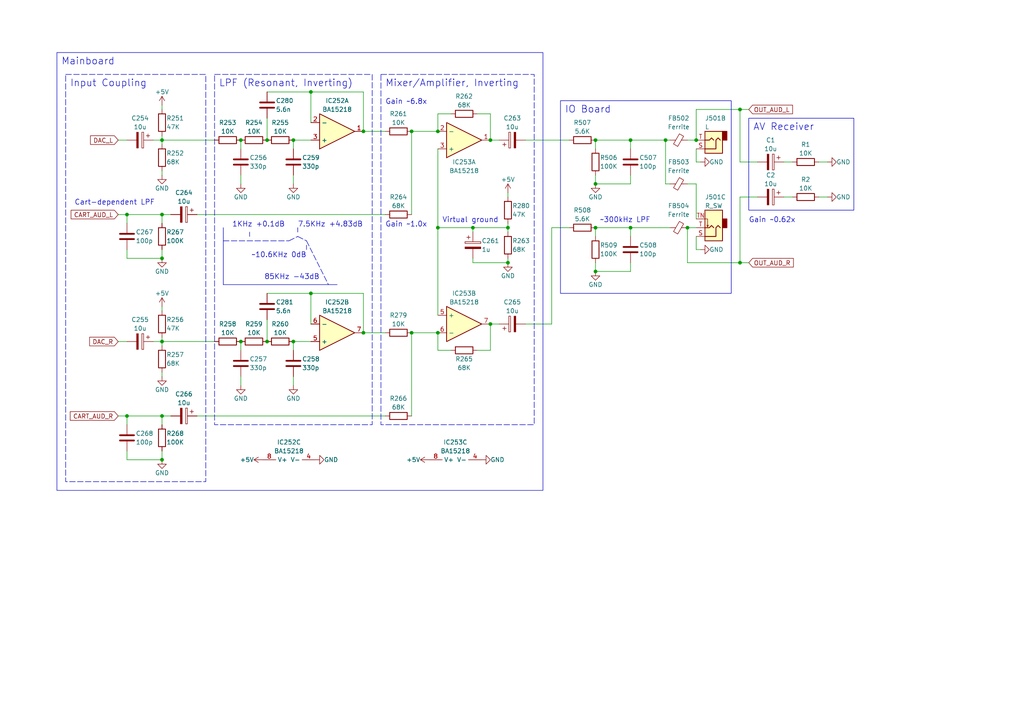
<source format=kicad_sch>
(kicad_sch (version 20230121) (generator eeschema)

  (uuid 3962d1b5-09a1-4ff8-b83f-a989027d8058)

  (paper "A4")

  (lib_symbols
    (symbol "Connector_Audio:AudioJack2" (in_bom yes) (on_board yes)
      (property "Reference" "J" (at 0 8.89 0)
        (effects (font (size 1.27 1.27)))
      )
      (property "Value" "AudioJack2" (at 0 6.35 0)
        (effects (font (size 1.27 1.27)))
      )
      (property "Footprint" "" (at 0 0 0)
        (effects (font (size 1.27 1.27)) hide)
      )
      (property "Datasheet" "~" (at 0 0 0)
        (effects (font (size 1.27 1.27)) hide)
      )
      (property "ki_keywords" "audio jack receptacle mono phone headphone TS connector" (at 0 0 0)
        (effects (font (size 1.27 1.27)) hide)
      )
      (property "ki_description" "Audio Jack, 2 Poles (Mono / TS)" (at 0 0 0)
        (effects (font (size 1.27 1.27)) hide)
      )
      (property "ki_fp_filters" "Jack*" (at 0 0 0)
        (effects (font (size 1.27 1.27)) hide)
      )
      (symbol "AudioJack2_0_1"
        (rectangle (start -3.81 0) (end -2.54 -2.54)
          (stroke (width 0.254) (type default))
          (fill (type outline))
        )
        (rectangle (start -2.54 3.81) (end 2.54 -2.54)
          (stroke (width 0.254) (type default))
          (fill (type background))
        )
        (polyline
          (pts
            (xy 0 0)
            (xy 0.635 -0.635)
            (xy 1.27 0)
            (xy 2.54 0)
          )
          (stroke (width 0.254) (type default))
          (fill (type none))
        )
        (polyline
          (pts
            (xy 2.54 2.54)
            (xy -0.635 2.54)
            (xy -0.635 0)
            (xy -1.27 -0.635)
            (xy -1.905 0)
          )
          (stroke (width 0.254) (type default))
          (fill (type none))
        )
      )
      (symbol "AudioJack2_1_1"
        (pin passive line (at 5.08 2.54 180) (length 2.54)
          (name "~" (effects (font (size 1.27 1.27))))
          (number "S" (effects (font (size 1.27 1.27))))
        )
        (pin passive line (at 5.08 0 180) (length 2.54)
          (name "~" (effects (font (size 1.27 1.27))))
          (number "T" (effects (font (size 1.27 1.27))))
        )
      )
    )
    (symbol "Connector_Audio:AudioJack2_SwitchT" (in_bom yes) (on_board yes)
      (property "Reference" "J" (at 0 8.89 0)
        (effects (font (size 1.27 1.27)))
      )
      (property "Value" "AudioJack2_SwitchT" (at 0 6.35 0)
        (effects (font (size 1.27 1.27)))
      )
      (property "Footprint" "" (at 0 0 0)
        (effects (font (size 1.27 1.27)) hide)
      )
      (property "Datasheet" "~" (at 0 0 0)
        (effects (font (size 1.27 1.27)) hide)
      )
      (property "ki_keywords" "audio jack receptacle mono headphones phone TS connector" (at 0 0 0)
        (effects (font (size 1.27 1.27)) hide)
      )
      (property "ki_description" "Audio Jack, 2 Poles (Mono / TS), Switched T Pole (Normalling)" (at 0 0 0)
        (effects (font (size 1.27 1.27)) hide)
      )
      (property "ki_fp_filters" "Jack*" (at 0 0 0)
        (effects (font (size 1.27 1.27)) hide)
      )
      (symbol "AudioJack2_SwitchT_0_1"
        (rectangle (start -2.54 0) (end -3.81 -2.54)
          (stroke (width 0.254) (type default))
          (fill (type outline))
        )
        (polyline
          (pts
            (xy 1.778 -0.254)
            (xy 2.032 -0.762)
          )
          (stroke (width 0) (type default))
          (fill (type none))
        )
        (polyline
          (pts
            (xy 0 0)
            (xy 0.635 -0.635)
            (xy 1.27 0)
            (xy 2.54 0)
          )
          (stroke (width 0.254) (type default))
          (fill (type none))
        )
        (polyline
          (pts
            (xy 2.54 -2.54)
            (xy 1.778 -2.54)
            (xy 1.778 -0.254)
            (xy 1.524 -0.762)
          )
          (stroke (width 0) (type default))
          (fill (type none))
        )
        (polyline
          (pts
            (xy 2.54 2.54)
            (xy -0.635 2.54)
            (xy -0.635 0)
            (xy -1.27 -0.635)
            (xy -1.905 0)
          )
          (stroke (width 0.254) (type default))
          (fill (type none))
        )
        (rectangle (start 2.54 3.81) (end -2.54 -5.08)
          (stroke (width 0.254) (type default))
          (fill (type background))
        )
      )
      (symbol "AudioJack2_SwitchT_1_1"
        (pin passive line (at 5.08 2.54 180) (length 2.54)
          (name "~" (effects (font (size 1.27 1.27))))
          (number "S" (effects (font (size 1.27 1.27))))
        )
        (pin passive line (at 5.08 0 180) (length 2.54)
          (name "~" (effects (font (size 1.27 1.27))))
          (number "T" (effects (font (size 1.27 1.27))))
        )
        (pin passive line (at 5.08 -2.54 180) (length 2.54)
          (name "~" (effects (font (size 1.27 1.27))))
          (number "TN" (effects (font (size 1.27 1.27))))
        )
      )
    )
    (symbol "Device:C" (pin_numbers hide) (pin_names (offset 0.254)) (in_bom yes) (on_board yes)
      (property "Reference" "C" (at 0.635 2.54 0)
        (effects (font (size 1.27 1.27)) (justify left))
      )
      (property "Value" "C" (at 0.635 -2.54 0)
        (effects (font (size 1.27 1.27)) (justify left))
      )
      (property "Footprint" "" (at 0.9652 -3.81 0)
        (effects (font (size 1.27 1.27)) hide)
      )
      (property "Datasheet" "~" (at 0 0 0)
        (effects (font (size 1.27 1.27)) hide)
      )
      (property "ki_keywords" "cap capacitor" (at 0 0 0)
        (effects (font (size 1.27 1.27)) hide)
      )
      (property "ki_description" "Unpolarized capacitor" (at 0 0 0)
        (effects (font (size 1.27 1.27)) hide)
      )
      (property "ki_fp_filters" "C_*" (at 0 0 0)
        (effects (font (size 1.27 1.27)) hide)
      )
      (symbol "C_0_1"
        (polyline
          (pts
            (xy -2.032 -0.762)
            (xy 2.032 -0.762)
          )
          (stroke (width 0.508) (type default))
          (fill (type none))
        )
        (polyline
          (pts
            (xy -2.032 0.762)
            (xy 2.032 0.762)
          )
          (stroke (width 0.508) (type default))
          (fill (type none))
        )
      )
      (symbol "C_1_1"
        (pin passive line (at 0 3.81 270) (length 2.794)
          (name "~" (effects (font (size 1.27 1.27))))
          (number "1" (effects (font (size 1.27 1.27))))
        )
        (pin passive line (at 0 -3.81 90) (length 2.794)
          (name "~" (effects (font (size 1.27 1.27))))
          (number "2" (effects (font (size 1.27 1.27))))
        )
      )
    )
    (symbol "Device:C_Polarized" (pin_numbers hide) (pin_names (offset 0.254)) (in_bom yes) (on_board yes)
      (property "Reference" "C" (at 0.635 2.54 0)
        (effects (font (size 1.27 1.27)) (justify left))
      )
      (property "Value" "C_Polarized" (at 0.635 -2.54 0)
        (effects (font (size 1.27 1.27)) (justify left))
      )
      (property "Footprint" "" (at 0.9652 -3.81 0)
        (effects (font (size 1.27 1.27)) hide)
      )
      (property "Datasheet" "~" (at 0 0 0)
        (effects (font (size 1.27 1.27)) hide)
      )
      (property "ki_keywords" "cap capacitor" (at 0 0 0)
        (effects (font (size 1.27 1.27)) hide)
      )
      (property "ki_description" "Polarized capacitor" (at 0 0 0)
        (effects (font (size 1.27 1.27)) hide)
      )
      (property "ki_fp_filters" "CP_*" (at 0 0 0)
        (effects (font (size 1.27 1.27)) hide)
      )
      (symbol "C_Polarized_0_1"
        (rectangle (start -2.286 0.508) (end 2.286 1.016)
          (stroke (width 0) (type default))
          (fill (type none))
        )
        (polyline
          (pts
            (xy -1.778 2.286)
            (xy -0.762 2.286)
          )
          (stroke (width 0) (type default))
          (fill (type none))
        )
        (polyline
          (pts
            (xy -1.27 2.794)
            (xy -1.27 1.778)
          )
          (stroke (width 0) (type default))
          (fill (type none))
        )
        (rectangle (start 2.286 -0.508) (end -2.286 -1.016)
          (stroke (width 0) (type default))
          (fill (type outline))
        )
      )
      (symbol "C_Polarized_1_1"
        (pin passive line (at 0 3.81 270) (length 2.794)
          (name "~" (effects (font (size 1.27 1.27))))
          (number "1" (effects (font (size 1.27 1.27))))
        )
        (pin passive line (at 0 -3.81 90) (length 2.794)
          (name "~" (effects (font (size 1.27 1.27))))
          (number "2" (effects (font (size 1.27 1.27))))
        )
      )
    )
    (symbol "Device:FerriteBead_Small" (pin_numbers hide) (pin_names (offset 0)) (in_bom yes) (on_board yes)
      (property "Reference" "FB" (at 1.905 1.27 0)
        (effects (font (size 1.27 1.27)) (justify left))
      )
      (property "Value" "FerriteBead_Small" (at 1.905 -1.27 0)
        (effects (font (size 1.27 1.27)) (justify left))
      )
      (property "Footprint" "" (at -1.778 0 90)
        (effects (font (size 1.27 1.27)) hide)
      )
      (property "Datasheet" "~" (at 0 0 0)
        (effects (font (size 1.27 1.27)) hide)
      )
      (property "ki_keywords" "L ferrite bead inductor filter" (at 0 0 0)
        (effects (font (size 1.27 1.27)) hide)
      )
      (property "ki_description" "Ferrite bead, small symbol" (at 0 0 0)
        (effects (font (size 1.27 1.27)) hide)
      )
      (property "ki_fp_filters" "Inductor_* L_* *Ferrite*" (at 0 0 0)
        (effects (font (size 1.27 1.27)) hide)
      )
      (symbol "FerriteBead_Small_0_1"
        (polyline
          (pts
            (xy 0 -1.27)
            (xy 0 -0.7874)
          )
          (stroke (width 0) (type default))
          (fill (type none))
        )
        (polyline
          (pts
            (xy 0 0.889)
            (xy 0 1.2954)
          )
          (stroke (width 0) (type default))
          (fill (type none))
        )
        (polyline
          (pts
            (xy -1.8288 0.2794)
            (xy -1.1176 1.4986)
            (xy 1.8288 -0.2032)
            (xy 1.1176 -1.4224)
            (xy -1.8288 0.2794)
          )
          (stroke (width 0) (type default))
          (fill (type none))
        )
      )
      (symbol "FerriteBead_Small_1_1"
        (pin passive line (at 0 2.54 270) (length 1.27)
          (name "~" (effects (font (size 1.27 1.27))))
          (number "1" (effects (font (size 1.27 1.27))))
        )
        (pin passive line (at 0 -2.54 90) (length 1.27)
          (name "~" (effects (font (size 1.27 1.27))))
          (number "2" (effects (font (size 1.27 1.27))))
        )
      )
    )
    (symbol "Device:Opamp_Dual" (in_bom yes) (on_board yes)
      (property "Reference" "U" (at 0 5.08 0)
        (effects (font (size 1.27 1.27)) (justify left))
      )
      (property "Value" "Opamp_Dual" (at 0 -5.08 0)
        (effects (font (size 1.27 1.27)) (justify left))
      )
      (property "Footprint" "" (at 0 0 0)
        (effects (font (size 1.27 1.27)) hide)
      )
      (property "Datasheet" "~" (at 0 0 0)
        (effects (font (size 1.27 1.27)) hide)
      )
      (property "ki_locked" "" (at 0 0 0)
        (effects (font (size 1.27 1.27)))
      )
      (property "ki_keywords" "dual opamp" (at 0 0 0)
        (effects (font (size 1.27 1.27)) hide)
      )
      (property "ki_description" "Dual operational amplifier" (at 0 0 0)
        (effects (font (size 1.27 1.27)) hide)
      )
      (property "ki_fp_filters" "SOIC*3.9x4.9mm*P1.27mm* DIP*W7.62mm* MSOP*3x3mm*P0.65mm* SSOP*2.95x2.8mm*P0.65mm* TSSOP*3x3mm*P0.65mm* VSSOP*P0.5mm* TO?99*" (at 0 0 0)
        (effects (font (size 1.27 1.27)) hide)
      )
      (symbol "Opamp_Dual_1_1"
        (polyline
          (pts
            (xy -5.08 5.08)
            (xy 5.08 0)
            (xy -5.08 -5.08)
            (xy -5.08 5.08)
          )
          (stroke (width 0.254) (type default))
          (fill (type background))
        )
        (pin output line (at 7.62 0 180) (length 2.54)
          (name "~" (effects (font (size 1.27 1.27))))
          (number "1" (effects (font (size 1.27 1.27))))
        )
        (pin input line (at -7.62 -2.54 0) (length 2.54)
          (name "-" (effects (font (size 1.27 1.27))))
          (number "2" (effects (font (size 1.27 1.27))))
        )
        (pin input line (at -7.62 2.54 0) (length 2.54)
          (name "+" (effects (font (size 1.27 1.27))))
          (number "3" (effects (font (size 1.27 1.27))))
        )
      )
      (symbol "Opamp_Dual_2_1"
        (polyline
          (pts
            (xy -5.08 5.08)
            (xy 5.08 0)
            (xy -5.08 -5.08)
            (xy -5.08 5.08)
          )
          (stroke (width 0.254) (type default))
          (fill (type background))
        )
        (pin input line (at -7.62 2.54 0) (length 2.54)
          (name "+" (effects (font (size 1.27 1.27))))
          (number "5" (effects (font (size 1.27 1.27))))
        )
        (pin input line (at -7.62 -2.54 0) (length 2.54)
          (name "-" (effects (font (size 1.27 1.27))))
          (number "6" (effects (font (size 1.27 1.27))))
        )
        (pin output line (at 7.62 0 180) (length 2.54)
          (name "~" (effects (font (size 1.27 1.27))))
          (number "7" (effects (font (size 1.27 1.27))))
        )
      )
      (symbol "Opamp_Dual_3_1"
        (pin power_in line (at -2.54 -7.62 90) (length 3.81)
          (name "V-" (effects (font (size 1.27 1.27))))
          (number "4" (effects (font (size 1.27 1.27))))
        )
        (pin power_in line (at -2.54 7.62 270) (length 3.81)
          (name "V+" (effects (font (size 1.27 1.27))))
          (number "8" (effects (font (size 1.27 1.27))))
        )
      )
    )
    (symbol "Device:R" (pin_numbers hide) (pin_names (offset 0)) (in_bom yes) (on_board yes)
      (property "Reference" "R" (at 2.032 0 90)
        (effects (font (size 1.27 1.27)))
      )
      (property "Value" "R" (at 0 0 90)
        (effects (font (size 1.27 1.27)))
      )
      (property "Footprint" "" (at -1.778 0 90)
        (effects (font (size 1.27 1.27)) hide)
      )
      (property "Datasheet" "~" (at 0 0 0)
        (effects (font (size 1.27 1.27)) hide)
      )
      (property "ki_keywords" "R res resistor" (at 0 0 0)
        (effects (font (size 1.27 1.27)) hide)
      )
      (property "ki_description" "Resistor" (at 0 0 0)
        (effects (font (size 1.27 1.27)) hide)
      )
      (property "ki_fp_filters" "R_*" (at 0 0 0)
        (effects (font (size 1.27 1.27)) hide)
      )
      (symbol "R_0_1"
        (rectangle (start -1.016 -2.54) (end 1.016 2.54)
          (stroke (width 0.254) (type default))
          (fill (type none))
        )
      )
      (symbol "R_1_1"
        (pin passive line (at 0 3.81 270) (length 1.27)
          (name "~" (effects (font (size 1.27 1.27))))
          (number "1" (effects (font (size 1.27 1.27))))
        )
        (pin passive line (at 0 -3.81 90) (length 1.27)
          (name "~" (effects (font (size 1.27 1.27))))
          (number "2" (effects (font (size 1.27 1.27))))
        )
      )
    )
    (symbol "power:+5V" (power) (pin_names (offset 0)) (in_bom yes) (on_board yes)
      (property "Reference" "#PWR" (at 0 -3.81 0)
        (effects (font (size 1.27 1.27)) hide)
      )
      (property "Value" "+5V" (at 0 3.556 0)
        (effects (font (size 1.27 1.27)))
      )
      (property "Footprint" "" (at 0 0 0)
        (effects (font (size 1.27 1.27)) hide)
      )
      (property "Datasheet" "" (at 0 0 0)
        (effects (font (size 1.27 1.27)) hide)
      )
      (property "ki_keywords" "global power" (at 0 0 0)
        (effects (font (size 1.27 1.27)) hide)
      )
      (property "ki_description" "Power symbol creates a global label with name \"+5V\"" (at 0 0 0)
        (effects (font (size 1.27 1.27)) hide)
      )
      (symbol "+5V_0_1"
        (polyline
          (pts
            (xy -0.762 1.27)
            (xy 0 2.54)
          )
          (stroke (width 0) (type default))
          (fill (type none))
        )
        (polyline
          (pts
            (xy 0 0)
            (xy 0 2.54)
          )
          (stroke (width 0) (type default))
          (fill (type none))
        )
        (polyline
          (pts
            (xy 0 2.54)
            (xy 0.762 1.27)
          )
          (stroke (width 0) (type default))
          (fill (type none))
        )
      )
      (symbol "+5V_1_1"
        (pin power_in line (at 0 0 90) (length 0) hide
          (name "+5V" (effects (font (size 1.27 1.27))))
          (number "1" (effects (font (size 1.27 1.27))))
        )
      )
    )
    (symbol "power:GND" (power) (pin_names (offset 0)) (in_bom yes) (on_board yes)
      (property "Reference" "#PWR" (at 0 -6.35 0)
        (effects (font (size 1.27 1.27)) hide)
      )
      (property "Value" "GND" (at 0 -3.81 0)
        (effects (font (size 1.27 1.27)))
      )
      (property "Footprint" "" (at 0 0 0)
        (effects (font (size 1.27 1.27)) hide)
      )
      (property "Datasheet" "" (at 0 0 0)
        (effects (font (size 1.27 1.27)) hide)
      )
      (property "ki_keywords" "global power" (at 0 0 0)
        (effects (font (size 1.27 1.27)) hide)
      )
      (property "ki_description" "Power symbol creates a global label with name \"GND\" , ground" (at 0 0 0)
        (effects (font (size 1.27 1.27)) hide)
      )
      (symbol "GND_0_1"
        (polyline
          (pts
            (xy 0 0)
            (xy 0 -1.27)
            (xy 1.27 -1.27)
            (xy 0 -2.54)
            (xy -1.27 -1.27)
            (xy 0 -1.27)
          )
          (stroke (width 0) (type default))
          (fill (type none))
        )
      )
      (symbol "GND_1_1"
        (pin power_in line (at 0 0 270) (length 0) hide
          (name "GND" (effects (font (size 1.27 1.27))))
          (number "1" (effects (font (size 1.27 1.27))))
        )
      )
    )
  )

  (junction (at 172.72 78.74) (diameter 0) (color 0 0 0 0)
    (uuid 03a22fd8-1188-47a0-9537-ccf0974cb9c5)
  )
  (junction (at 172.72 53.34) (diameter 0) (color 0 0 0 0)
    (uuid 12426c87-4d5b-4871-ad96-b3635050ecf9)
  )
  (junction (at 85.09 40.64) (diameter 0) (color 0 0 0 0)
    (uuid 15990450-9334-4acb-9ef3-8b2aec910ec9)
  )
  (junction (at 127 96.52) (diameter 0) (color 0 0 0 0)
    (uuid 16c41808-de5c-4ab8-812d-17ff143ce693)
  )
  (junction (at 147.32 76.2) (diameter 0) (color 0 0 0 0)
    (uuid 17a64d7c-63f1-4e6c-9b95-939b3bff9070)
  )
  (junction (at 46.99 74.93) (diameter 0) (color 0 0 0 0)
    (uuid 1ae47877-099b-4dc6-8f4d-a383ae0a036f)
  )
  (junction (at 69.85 40.64) (diameter 0) (color 0 0 0 0)
    (uuid 1cc1f945-6be4-42b1-b664-e339635c7bcc)
  )
  (junction (at 77.47 40.64) (diameter 0) (color 0 0 0 0)
    (uuid 1f64e329-2931-453c-8f02-435382764453)
  )
  (junction (at 69.85 99.06) (diameter 0) (color 0 0 0 0)
    (uuid 2119a729-7820-4451-960e-ad9c6525b1bc)
  )
  (junction (at 46.99 40.64) (diameter 0) (color 0 0 0 0)
    (uuid 217b7686-57d6-46f3-b847-13bbf7b18fc3)
  )
  (junction (at 201.93 40.64) (diameter 0) (color 0 0 0 0)
    (uuid 243ca36c-b31b-460f-8148-f7a05d25b753)
  )
  (junction (at 172.72 40.64) (diameter 0) (color 0 0 0 0)
    (uuid 257d2917-406d-4b7a-ae1b-45d17f6a987b)
  )
  (junction (at 172.72 66.04) (diameter 0) (color 0 0 0 0)
    (uuid 25e9e520-68df-451d-b2d4-2fb3012cab5c)
  )
  (junction (at 105.41 96.52) (diameter 0) (color 0 0 0 0)
    (uuid 328fa993-2c8e-42d6-934c-3a9f247d10e9)
  )
  (junction (at 90.17 26.67) (diameter 0) (color 0 0 0 0)
    (uuid 3d5c1c91-1b0d-4746-a64c-4f3084c4e91c)
  )
  (junction (at 119.38 96.52) (diameter 0) (color 0 0 0 0)
    (uuid 3f92de8f-9c9d-4eae-be17-bcc62dc82967)
  )
  (junction (at 46.99 120.65) (diameter 0) (color 0 0 0 0)
    (uuid 4103eeb4-8fa2-4715-b7f5-94b8d8baac63)
  )
  (junction (at 193.04 40.64) (diameter 0) (color 0 0 0 0)
    (uuid 416e6f0e-3ab9-46b8-9ef0-67da15cb5bde)
  )
  (junction (at 147.32 66.04) (diameter 0) (color 0 0 0 0)
    (uuid 41a8e80f-ae3d-4709-bc34-f623917e0a92)
  )
  (junction (at 137.16 66.04) (diameter 0) (color 0 0 0 0)
    (uuid 455fea81-bdae-4836-85dc-fd15d114cda4)
  )
  (junction (at 90.17 85.09) (diameter 0) (color 0 0 0 0)
    (uuid 49f5f048-645d-46fd-b365-a96f27383209)
  )
  (junction (at 119.38 38.1) (diameter 0) (color 0 0 0 0)
    (uuid 54ef3b8f-d428-4dfc-8122-a471d33cb43f)
  )
  (junction (at 105.41 38.1) (diameter 0) (color 0 0 0 0)
    (uuid 56f637a7-2448-4d9f-b5be-23e4988e957b)
  )
  (junction (at 85.09 99.06) (diameter 0) (color 0 0 0 0)
    (uuid 58b83bbe-a3fc-4161-a8f9-9eb77a5d8205)
  )
  (junction (at 36.83 120.65) (diameter 0) (color 0 0 0 0)
    (uuid 59fff0fe-66a4-45b9-882b-0e73a1856669)
  )
  (junction (at 142.24 93.98) (diameter 0) (color 0 0 0 0)
    (uuid 5ac993d3-0245-4da8-af68-5dd4b2e166e1)
  )
  (junction (at 127 66.04) (diameter 0) (color 0 0 0 0)
    (uuid 6de0864d-1c3c-4fd1-8d17-3bc84278ef84)
  )
  (junction (at 36.83 62.23) (diameter 0) (color 0 0 0 0)
    (uuid 706fdcc5-c306-4d2c-b9f3-f3df0f8fe4e2)
  )
  (junction (at 46.99 133.35) (diameter 0) (color 0 0 0 0)
    (uuid 75309099-6094-48ab-a85d-1483fdc7f8b8)
  )
  (junction (at 214.63 76.2) (diameter 0) (color 0 0 0 0)
    (uuid 7c7b0ae1-dc24-43ec-8458-342d56422cb8)
  )
  (junction (at 46.99 62.23) (diameter 0) (color 0 0 0 0)
    (uuid 8328c12b-3d5b-4460-b0b5-2e4ffd5189e1)
  )
  (junction (at 127 38.1) (diameter 0) (color 0 0 0 0)
    (uuid 841155cc-4ada-438b-9840-55e931f33f66)
  )
  (junction (at 214.63 31.75) (diameter 0) (color 0 0 0 0)
    (uuid 9c9ed3d7-3875-467e-b053-423d0af60652)
  )
  (junction (at 199.39 66.04) (diameter 0) (color 0 0 0 0)
    (uuid a8f17ce2-b572-409d-a417-e9524dfcf34e)
  )
  (junction (at 46.99 99.06) (diameter 0) (color 0 0 0 0)
    (uuid c87e2537-6437-454f-8ee2-70c16e1066e8)
  )
  (junction (at 77.47 99.06) (diameter 0) (color 0 0 0 0)
    (uuid cc108282-0624-4018-8d5a-eaf6f2e0fca6)
  )
  (junction (at 142.24 40.64) (diameter 0) (color 0 0 0 0)
    (uuid ccf0bff2-fc4a-46c9-9498-4a1700afc0e2)
  )
  (junction (at 182.88 40.64) (diameter 0) (color 0 0 0 0)
    (uuid d5a07d67-cc06-4d41-b452-669652ad6cc9)
  )
  (junction (at 182.88 66.04) (diameter 0) (color 0 0 0 0)
    (uuid f960a1a1-e4af-4bdc-a8c7-26e4f33e646e)
  )

  (wire (pts (xy 46.99 74.93) (xy 46.99 72.39))
    (stroke (width 0) (type default))
    (uuid 0656468e-14ed-45b8-9fbb-eb45c280d1da)
  )
  (wire (pts (xy 137.16 67.31) (xy 137.16 66.04))
    (stroke (width 0) (type default))
    (uuid 0738b1e4-8a78-4300-ad4d-39c9cafe2f80)
  )
  (wire (pts (xy 36.83 74.93) (xy 46.99 74.93))
    (stroke (width 0) (type default))
    (uuid 07656846-3728-4c16-bfe1-8d4febb58788)
  )
  (wire (pts (xy 46.99 62.23) (xy 46.99 64.77))
    (stroke (width 0) (type default))
    (uuid 08b41327-11e2-4937-a2e5-31027345509c)
  )
  (wire (pts (xy 46.99 99.06) (xy 46.99 100.33))
    (stroke (width 0) (type default))
    (uuid 08c9eca7-6c20-4cc7-b9dd-b85f9381115f)
  )
  (wire (pts (xy 214.63 57.15) (xy 219.71 57.15))
    (stroke (width 0) (type default))
    (uuid 0aaae2bc-8a96-457d-94d5-65ca6dc57859)
  )
  (wire (pts (xy 172.72 40.64) (xy 172.72 43.18))
    (stroke (width 0) (type default))
    (uuid 0ff69ffe-6df6-4108-a678-31f8f343c035)
  )
  (wire (pts (xy 201.93 40.64) (xy 201.93 31.75))
    (stroke (width 0) (type default))
    (uuid 1087debe-86da-4217-a039-ca73975a221c)
  )
  (wire (pts (xy 46.99 130.81) (xy 46.99 133.35))
    (stroke (width 0) (type default))
    (uuid 12edfd65-e95d-4720-bcae-6aad2e5fc959)
  )
  (wire (pts (xy 137.16 76.2) (xy 137.16 74.93))
    (stroke (width 0) (type default))
    (uuid 163e7cad-7008-4085-9bf8-067aa57649ed)
  )
  (polyline (pts (xy 64.77 82.55) (xy 97.79 82.55))
    (stroke (width 0) (type default))
    (uuid 16b19733-d14f-404d-91be-a7cfd15e9321)
  )
  (polyline (pts (xy 64.77 69.85) (xy 83.82 69.85))
    (stroke (width 0) (type dash))
    (uuid 19af8e60-5cbe-4ab4-b287-0e2ab217c67e)
  )

  (wire (pts (xy 142.24 40.64) (xy 144.78 40.64))
    (stroke (width 0) (type default))
    (uuid 1b9d891d-eafc-46b9-92e9-7d957a249955)
  )
  (wire (pts (xy 105.41 96.52) (xy 111.76 96.52))
    (stroke (width 0) (type default))
    (uuid 1d72557a-859e-429e-9778-b0cb3605d423)
  )
  (polyline (pts (xy 83.82 69.85) (xy 86.36 68.58))
    (stroke (width 0) (type dash))
    (uuid 1d931cc0-9473-4df2-96a9-3fca6bba862e)
  )

  (wire (pts (xy 182.88 66.04) (xy 182.88 68.58))
    (stroke (width 0) (type default))
    (uuid 20b04e0c-793e-4b0e-99f4-239b797e9c35)
  )
  (wire (pts (xy 182.88 40.64) (xy 193.04 40.64))
    (stroke (width 0) (type default))
    (uuid 27390260-1e09-4d31-9a3c-e9f83f4f33ea)
  )
  (wire (pts (xy 214.63 46.99) (xy 219.71 46.99))
    (stroke (width 0) (type default))
    (uuid 283747d3-1f63-48b8-9346-f1f1b2b2436d)
  )
  (wire (pts (xy 172.72 78.74) (xy 182.88 78.74))
    (stroke (width 0) (type default))
    (uuid 30fe18bd-4f18-4c58-8557-014acb82e77f)
  )
  (wire (pts (xy 152.4 93.98) (xy 160.02 93.98))
    (stroke (width 0) (type default))
    (uuid 3d5ed765-52af-4fe4-9e4e-7cad9a4c9afd)
  )
  (wire (pts (xy 85.09 99.06) (xy 90.17 99.06))
    (stroke (width 0) (type default))
    (uuid 48b7fe30-b85b-4746-9fd8-efa5e4ac102e)
  )
  (wire (pts (xy 90.17 85.09) (xy 90.17 93.98))
    (stroke (width 0) (type default))
    (uuid 4b3f7ee2-1d8a-4398-ad2e-971a4da72baa)
  )
  (wire (pts (xy 127 66.04) (xy 137.16 66.04))
    (stroke (width 0) (type default))
    (uuid 4e660686-2e9f-4493-9952-0c7389f97dcd)
  )
  (wire (pts (xy 160.02 66.04) (xy 165.1 66.04))
    (stroke (width 0) (type default))
    (uuid 4fb3d572-d916-41b7-8bef-d0bb4fec0b55)
  )
  (wire (pts (xy 199.39 76.2) (xy 214.63 76.2))
    (stroke (width 0) (type default))
    (uuid 52d0bb3c-eeb4-4038-95d6-39199c844435)
  )
  (wire (pts (xy 119.38 96.52) (xy 127 96.52))
    (stroke (width 0) (type default))
    (uuid 5311b358-ce6c-4e87-9f72-5c75a2c935dd)
  )
  (wire (pts (xy 105.41 38.1) (xy 111.76 38.1))
    (stroke (width 0) (type default))
    (uuid 55ccbc0c-41f7-4505-871c-facfeae08710)
  )
  (wire (pts (xy 138.43 101.6) (xy 142.24 101.6))
    (stroke (width 0) (type default))
    (uuid 5623e291-cb31-48e2-97d4-19369382851d)
  )
  (wire (pts (xy 193.04 53.34) (xy 194.31 53.34))
    (stroke (width 0) (type default))
    (uuid 564fbfe5-8a43-4cd8-83e2-69136c104dc2)
  )
  (wire (pts (xy 85.09 53.34) (xy 85.09 50.8))
    (stroke (width 0) (type default))
    (uuid 56b120e0-850b-41a0-835b-d0887a2a8e0c)
  )
  (wire (pts (xy 142.24 93.98) (xy 142.24 101.6))
    (stroke (width 0) (type default))
    (uuid 56fde510-0918-405b-bf5c-3d56a3b834e3)
  )
  (wire (pts (xy 199.39 53.34) (xy 201.93 53.34))
    (stroke (width 0) (type default))
    (uuid 595d9924-b8bf-4bec-bf57-a5e4aae23018)
  )
  (wire (pts (xy 182.88 66.04) (xy 194.31 66.04))
    (stroke (width 0) (type default))
    (uuid 5aca60e7-2f8d-4aba-98ca-0a34ab752de9)
  )
  (wire (pts (xy 69.85 53.34) (xy 69.85 50.8))
    (stroke (width 0) (type default))
    (uuid 5b461167-e478-478b-97b4-e4b7cd484e2a)
  )
  (wire (pts (xy 172.72 66.04) (xy 182.88 66.04))
    (stroke (width 0) (type default))
    (uuid 5c97955c-8c88-41f2-8168-22bd4f9c3421)
  )
  (wire (pts (xy 57.15 62.23) (xy 111.76 62.23))
    (stroke (width 0) (type default))
    (uuid 5c98a3b6-b80f-480f-8f99-14266e3b5e40)
  )
  (wire (pts (xy 214.63 46.99) (xy 214.63 31.75))
    (stroke (width 0) (type default))
    (uuid 6192175a-aac4-4436-a2ff-f88fb5f3266c)
  )
  (wire (pts (xy 199.39 66.04) (xy 199.39 76.2))
    (stroke (width 0) (type default))
    (uuid 62470279-ae55-4af6-9100-7bd6be30cc46)
  )
  (wire (pts (xy 142.24 93.98) (xy 144.78 93.98))
    (stroke (width 0) (type default))
    (uuid 62b7a542-2c29-43be-90e5-81c7ab720589)
  )
  (wire (pts (xy 36.83 133.35) (xy 46.99 133.35))
    (stroke (width 0) (type default))
    (uuid 638ef112-bb44-4a56-b8ca-f378cff93ca6)
  )
  (wire (pts (xy 147.32 64.77) (xy 147.32 66.04))
    (stroke (width 0) (type default))
    (uuid 66a4f7ec-c2ef-4fc4-9dd9-68b0c9abdd6f)
  )
  (wire (pts (xy 69.85 111.76) (xy 69.85 109.22))
    (stroke (width 0) (type default))
    (uuid 682614bf-f2a7-494d-b7f9-74ef5dfaaa95)
  )
  (wire (pts (xy 160.02 66.04) (xy 160.02 93.98))
    (stroke (width 0) (type default))
    (uuid 6828df1c-2def-42fe-8720-e36f8e578f9d)
  )
  (wire (pts (xy 227.33 57.15) (xy 229.87 57.15))
    (stroke (width 0) (type default))
    (uuid 6b2f595c-5991-443f-b7b1-1ed307e8fb26)
  )
  (wire (pts (xy 46.99 99.06) (xy 62.23 99.06))
    (stroke (width 0) (type default))
    (uuid 6cdf55a9-614b-401c-a001-6fd3a1570f48)
  )
  (wire (pts (xy 44.45 99.06) (xy 46.99 99.06))
    (stroke (width 0) (type default))
    (uuid 6dc771b9-eb8c-4ece-9f40-f98f87a93827)
  )
  (wire (pts (xy 182.88 40.64) (xy 182.88 43.18))
    (stroke (width 0) (type default))
    (uuid 6f0eeb38-b28d-4396-bc7b-71fee87858bb)
  )
  (wire (pts (xy 199.39 66.04) (xy 201.93 66.04))
    (stroke (width 0) (type default))
    (uuid 70fa7aa8-617f-4344-b372-23f61e1535ed)
  )
  (wire (pts (xy 90.17 85.09) (xy 105.41 85.09))
    (stroke (width 0) (type default))
    (uuid 717dd517-9caf-408c-832c-87669658ed68)
  )
  (wire (pts (xy 130.81 33.02) (xy 127 33.02))
    (stroke (width 0) (type default))
    (uuid 741aa480-ba84-4d7a-902d-c17d8eb45fc1)
  )
  (wire (pts (xy 77.47 92.71) (xy 77.47 99.06))
    (stroke (width 0) (type default))
    (uuid 756ee349-538f-4a7d-81b5-2b4cdd30fe56)
  )
  (wire (pts (xy 182.88 50.8) (xy 182.88 53.34))
    (stroke (width 0) (type default))
    (uuid 762cb51a-bfb7-4535-a3c0-391991c97fd1)
  )
  (wire (pts (xy 142.24 33.02) (xy 142.24 40.64))
    (stroke (width 0) (type default))
    (uuid 7643560c-a60f-463e-aa96-b3b796623ecf)
  )
  (wire (pts (xy 119.38 96.52) (xy 119.38 120.65))
    (stroke (width 0) (type default))
    (uuid 7725fafe-7160-4aad-b6c5-c5440ecd14d1)
  )
  (wire (pts (xy 77.47 34.29) (xy 77.47 40.64))
    (stroke (width 0) (type default))
    (uuid 78032703-93c1-4a2b-8c23-79ede04b218b)
  )
  (wire (pts (xy 46.99 88.9) (xy 46.99 90.17))
    (stroke (width 0) (type default))
    (uuid 78a40710-9d2f-49c8-8cbc-cc750f77ba63)
  )
  (wire (pts (xy 46.99 40.64) (xy 46.99 41.91))
    (stroke (width 0) (type default))
    (uuid 7e84c2f5-b577-4cac-a128-6199ef03d1f6)
  )
  (wire (pts (xy 36.83 120.65) (xy 46.99 120.65))
    (stroke (width 0) (type default))
    (uuid 88f52e44-a98c-48db-b7aa-019d9b7f2cfa)
  )
  (wire (pts (xy 46.99 40.64) (xy 62.23 40.64))
    (stroke (width 0) (type default))
    (uuid 894cd7af-597d-43b4-85fe-2939eaa2b99c)
  )
  (wire (pts (xy 85.09 99.06) (xy 85.09 101.6))
    (stroke (width 0) (type default))
    (uuid 898c2bba-847e-4044-91de-15b268aff5c2)
  )
  (wire (pts (xy 172.72 40.64) (xy 182.88 40.64))
    (stroke (width 0) (type default))
    (uuid 8afe4b60-75cc-4593-8862-59a79d04dc13)
  )
  (wire (pts (xy 127 96.52) (xy 127 101.6))
    (stroke (width 0) (type default))
    (uuid 8d002be7-d080-4068-a218-9c8239073c24)
  )
  (wire (pts (xy 172.72 76.2) (xy 172.72 78.74))
    (stroke (width 0) (type default))
    (uuid 8d1b484c-c4eb-46de-b582-d1c5c232029d)
  )
  (wire (pts (xy 127 43.18) (xy 127 66.04))
    (stroke (width 0) (type default))
    (uuid 8db340ac-1cce-4252-a9c6-56d20be58464)
  )
  (wire (pts (xy 46.99 39.37) (xy 46.99 40.64))
    (stroke (width 0) (type default))
    (uuid 8e2cda47-b240-4ff4-a490-ab59bfe3b5e4)
  )
  (wire (pts (xy 201.93 46.99) (xy 201.93 43.18))
    (stroke (width 0) (type default))
    (uuid 8ee1f062-2246-4cfe-9838-b6c7f81fd6b9)
  )
  (wire (pts (xy 130.81 101.6) (xy 127 101.6))
    (stroke (width 0) (type default))
    (uuid 90081abc-962d-4bb7-90c7-e8f0e8736c92)
  )
  (wire (pts (xy 49.53 120.65) (xy 46.99 120.65))
    (stroke (width 0) (type default))
    (uuid 913bec0c-0994-4a9e-a490-9424c59a94c9)
  )
  (wire (pts (xy 137.16 76.2) (xy 147.32 76.2))
    (stroke (width 0) (type default))
    (uuid 91dec524-9acf-4564-9893-f3f2f39f96a5)
  )
  (wire (pts (xy 36.83 133.35) (xy 36.83 130.81))
    (stroke (width 0) (type default))
    (uuid 9238edad-8ea8-469f-bdc5-fcd7624ebe08)
  )
  (wire (pts (xy 44.45 40.64) (xy 46.99 40.64))
    (stroke (width 0) (type default))
    (uuid 92655628-d588-49b6-ad25-e63ecac850da)
  )
  (wire (pts (xy 237.49 57.15) (xy 240.03 57.15))
    (stroke (width 0) (type default))
    (uuid 9271c706-be7e-4676-9424-9f8b37d3027e)
  )
  (wire (pts (xy 36.83 62.23) (xy 36.83 64.77))
    (stroke (width 0) (type default))
    (uuid 99e1c1e2-6a5d-471e-b255-248ffce625dc)
  )
  (wire (pts (xy 147.32 55.88) (xy 147.32 57.15))
    (stroke (width 0) (type default))
    (uuid 9b34b334-f149-4257-a07f-feaee70ea769)
  )
  (wire (pts (xy 85.09 111.76) (xy 85.09 109.22))
    (stroke (width 0) (type default))
    (uuid 9be9495a-a51a-4e3b-a5d7-47e64484b9e2)
  )
  (wire (pts (xy 34.29 99.06) (xy 36.83 99.06))
    (stroke (width 0) (type default))
    (uuid 9e49ef5f-1fb0-44fd-8ddd-516f9421d54a)
  )
  (polyline (pts (xy 86.36 68.58) (xy 88.9 69.85))
    (stroke (width 0) (type dash))
    (uuid 9f5a28ef-bad4-4904-a5c4-fb3703e82407)
  )

  (wire (pts (xy 127 33.02) (xy 127 38.1))
    (stroke (width 0) (type default))
    (uuid 9f753157-6e09-42b5-947d-fd7e858cd918)
  )
  (wire (pts (xy 77.47 85.09) (xy 90.17 85.09))
    (stroke (width 0) (type default))
    (uuid a0d60bfa-dcfd-4721-98c5-0297e70ccb2e)
  )
  (wire (pts (xy 172.72 53.34) (xy 182.88 53.34))
    (stroke (width 0) (type default))
    (uuid a3ace09d-65b9-4e26-99d5-3eecc57f3bc9)
  )
  (wire (pts (xy 34.29 62.23) (xy 36.83 62.23))
    (stroke (width 0) (type default))
    (uuid a4a86770-8cb6-409d-89b5-8f59dc7c8892)
  )
  (wire (pts (xy 119.38 38.1) (xy 119.38 62.23))
    (stroke (width 0) (type default))
    (uuid a5400aaa-123a-46ab-92ba-9720e9880fea)
  )
  (wire (pts (xy 203.2 72.39) (xy 201.93 72.39))
    (stroke (width 0) (type default))
    (uuid ab671434-c1ee-4dc0-8f94-cc6f5c521368)
  )
  (wire (pts (xy 152.4 40.64) (xy 165.1 40.64))
    (stroke (width 0) (type default))
    (uuid ac8172f8-eeb5-41d6-b57d-931b02eb6339)
  )
  (wire (pts (xy 90.17 26.67) (xy 90.17 35.56))
    (stroke (width 0) (type default))
    (uuid b081f377-82a9-4c69-a19a-9230188b657e)
  )
  (wire (pts (xy 203.2 46.99) (xy 201.93 46.99))
    (stroke (width 0) (type default))
    (uuid b5c39b43-94f5-4f82-93b8-826532375606)
  )
  (wire (pts (xy 105.41 85.09) (xy 105.41 96.52))
    (stroke (width 0) (type default))
    (uuid b7b1604f-cd4b-44b8-9d29-eda7e6393267)
  )
  (wire (pts (xy 85.09 40.64) (xy 90.17 40.64))
    (stroke (width 0) (type default))
    (uuid b860f72b-6777-44b8-9704-893d35bd64f2)
  )
  (wire (pts (xy 90.17 26.67) (xy 105.41 26.67))
    (stroke (width 0) (type default))
    (uuid b8c4a036-302e-456f-a4c8-498bf6235a30)
  )
  (polyline (pts (xy 64.77 66.04) (xy 64.77 82.55))
    (stroke (width 0) (type default))
    (uuid b9acd3cb-488e-4c53-b7ef-c5a295c8dfa6)
  )

  (wire (pts (xy 57.15 120.65) (xy 111.76 120.65))
    (stroke (width 0) (type default))
    (uuid bbd0bd89-b4fd-4f97-9f60-fa4db7e13844)
  )
  (wire (pts (xy 46.99 120.65) (xy 46.99 123.19))
    (stroke (width 0) (type default))
    (uuid bda9eb35-716c-4401-a0d4-fc270798ca17)
  )
  (wire (pts (xy 237.49 46.99) (xy 240.03 46.99))
    (stroke (width 0) (type default))
    (uuid be893536-ca28-493a-b1f5-d5eb21c4fdfd)
  )
  (wire (pts (xy 46.99 97.79) (xy 46.99 99.06))
    (stroke (width 0) (type default))
    (uuid c27166a5-6a46-433e-bb74-ce0cb6b5de6c)
  )
  (wire (pts (xy 214.63 76.2) (xy 214.63 57.15))
    (stroke (width 0) (type default))
    (uuid c4b3616b-50e6-4aff-8f2d-6f090004c8f2)
  )
  (wire (pts (xy 147.32 74.93) (xy 147.32 76.2))
    (stroke (width 0) (type default))
    (uuid c56d010d-91d4-4dcb-8f66-b5db2fc795c7)
  )
  (wire (pts (xy 85.09 40.64) (xy 85.09 43.18))
    (stroke (width 0) (type default))
    (uuid c5e09b94-d75b-4df1-b280-b6c09603a375)
  )
  (wire (pts (xy 46.99 62.23) (xy 49.53 62.23))
    (stroke (width 0) (type default))
    (uuid c6610f03-45ce-4693-ab12-fb98041ca659)
  )
  (polyline (pts (xy 72.39 67.31) (xy 72.39 68.58))
    (stroke (width 0) (type default))
    (uuid c78a03c6-eadc-4af7-b3a4-6d3db24648af)
  )
  (polyline (pts (xy 88.9 72.39) (xy 88.9 71.12))
    (stroke (width 0) (type default))
    (uuid c84a6dfe-0a98-487c-8c3d-6e93c1c29468)
  )

  (wire (pts (xy 193.04 40.64) (xy 193.04 53.34))
    (stroke (width 0) (type default))
    (uuid cc2f4d31-734c-4a2a-aed8-a20c433e9ee4)
  )
  (wire (pts (xy 77.47 26.67) (xy 90.17 26.67))
    (stroke (width 0) (type default))
    (uuid cd2a4937-c142-483c-87c1-25f63d72cf8c)
  )
  (wire (pts (xy 119.38 38.1) (xy 127 38.1))
    (stroke (width 0) (type default))
    (uuid cd7fedfb-77be-4789-a1ee-81bc72fbbbf2)
  )
  (wire (pts (xy 105.41 26.67) (xy 105.41 38.1))
    (stroke (width 0) (type default))
    (uuid ce1f59d7-43d1-4b23-8141-6da8583c13d7)
  )
  (wire (pts (xy 201.93 53.34) (xy 201.93 63.5))
    (stroke (width 0) (type default))
    (uuid d1235e8c-fb33-4aca-85dd-50f9cd93d344)
  )
  (wire (pts (xy 147.32 67.31) (xy 147.32 66.04))
    (stroke (width 0) (type default))
    (uuid d61694f1-0c98-4ab7-bf2a-9576023aa188)
  )
  (wire (pts (xy 172.72 66.04) (xy 172.72 68.58))
    (stroke (width 0) (type default))
    (uuid d74cc1e5-b879-44a0-9bc2-0c922585e11d)
  )
  (polyline (pts (xy 88.9 69.85) (xy 95.25 82.55))
    (stroke (width 0) (type dash))
    (uuid db1d72d5-b521-4a0b-a711-cfcd86ee33b7)
  )
  (polyline (pts (xy 86.36 66.04) (xy 86.36 67.31))
    (stroke (width 0) (type default))
    (uuid dc1f6f56-d305-4865-9aae-d7bc97e4b3b9)
  )

  (wire (pts (xy 46.99 107.95) (xy 46.99 109.22))
    (stroke (width 0) (type default))
    (uuid dd38d132-c10b-48ca-93a3-7c1271e7ceda)
  )
  (wire (pts (xy 137.16 66.04) (xy 147.32 66.04))
    (stroke (width 0) (type default))
    (uuid dec7afa3-6e7a-4b37-a0a9-723f8ee2e741)
  )
  (wire (pts (xy 69.85 99.06) (xy 69.85 101.6))
    (stroke (width 0) (type default))
    (uuid df82e860-952f-4107-b6d8-e4de474ab43e)
  )
  (wire (pts (xy 194.31 40.64) (xy 193.04 40.64))
    (stroke (width 0) (type default))
    (uuid df8d05f4-a32c-461c-bd3f-9b6804cb5be4)
  )
  (wire (pts (xy 214.63 76.2) (xy 217.17 76.2))
    (stroke (width 0) (type default))
    (uuid e2c76da5-5daf-4485-a06a-e613d70ac4f9)
  )
  (wire (pts (xy 34.29 40.64) (xy 36.83 40.64))
    (stroke (width 0) (type default))
    (uuid e4ba4427-0b69-4f7e-b92b-cc51cd90d5d0)
  )
  (wire (pts (xy 227.33 46.99) (xy 229.87 46.99))
    (stroke (width 0) (type default))
    (uuid e5f62eec-0957-42de-9d03-a8710eccee9b)
  )
  (wire (pts (xy 36.83 72.39) (xy 36.83 74.93))
    (stroke (width 0) (type default))
    (uuid e60ee34e-6373-421e-8eac-37b1d27bfbcb)
  )
  (wire (pts (xy 201.93 72.39) (xy 201.93 68.58))
    (stroke (width 0) (type default))
    (uuid e7587bc1-929c-47f0-b68b-087ab99f019c)
  )
  (wire (pts (xy 199.39 40.64) (xy 201.93 40.64))
    (stroke (width 0) (type default))
    (uuid e8c33459-3267-42c1-9404-06372f98edc8)
  )
  (wire (pts (xy 69.85 40.64) (xy 69.85 43.18))
    (stroke (width 0) (type default))
    (uuid ea7aba61-b983-406e-8f20-7796001dbba7)
  )
  (wire (pts (xy 46.99 49.53) (xy 46.99 50.8))
    (stroke (width 0) (type default))
    (uuid ed91dfb8-65b1-47e1-99d4-dfea5b5f59fa)
  )
  (wire (pts (xy 201.93 31.75) (xy 214.63 31.75))
    (stroke (width 0) (type default))
    (uuid f1602c05-7064-4d1d-b789-171b3f4723e9)
  )
  (wire (pts (xy 214.63 31.75) (xy 217.17 31.75))
    (stroke (width 0) (type default))
    (uuid f3644991-230d-4641-a685-f0933f21c62e)
  )
  (wire (pts (xy 36.83 120.65) (xy 36.83 123.19))
    (stroke (width 0) (type default))
    (uuid f5138959-7160-419e-8309-e916faee30b8)
  )
  (wire (pts (xy 36.83 62.23) (xy 46.99 62.23))
    (stroke (width 0) (type default))
    (uuid f6ac979a-ade3-4fa6-9355-176a4c2dad79)
  )
  (wire (pts (xy 172.72 50.8) (xy 172.72 53.34))
    (stroke (width 0) (type default))
    (uuid f7803adb-dc80-4dbe-864d-f1d055ed8f4d)
  )
  (wire (pts (xy 182.88 76.2) (xy 182.88 78.74))
    (stroke (width 0) (type default))
    (uuid f935ad95-7582-4c8c-9af6-f3b5c2edb776)
  )
  (wire (pts (xy 127 66.04) (xy 127 91.44))
    (stroke (width 0) (type default))
    (uuid fbaa8e23-bf3e-4d93-9f94-b6ab4d7af6aa)
  )
  (wire (pts (xy 46.99 30.48) (xy 46.99 31.75))
    (stroke (width 0) (type default))
    (uuid fc804d81-1546-4db5-8d76-f869aab54374)
  )
  (wire (pts (xy 138.43 33.02) (xy 142.24 33.02))
    (stroke (width 0) (type default))
    (uuid ff62b436-d13c-4015-8d62-ee9e47f7472f)
  )
  (wire (pts (xy 34.29 120.65) (xy 36.83 120.65))
    (stroke (width 0) (type default))
    (uuid ffcf1505-6595-4157-a7b7-c63cc061a883)
  )

  (rectangle (start 62.23 21.59) (end 107.95 123.19)
    (stroke (width 0) (type dash))
    (fill (type none))
    (uuid 1b373c8e-bc52-43f2-a74c-d1c471af64be)
  )
  (rectangle (start 19.05 21.59) (end 59.69 139.7)
    (stroke (width 0) (type dash))
    (fill (type none))
    (uuid 3d185ec1-b720-457f-9d37-9e7131880cde)
  )
  (rectangle (start 162.56 29.21) (end 212.09 85.09)
    (stroke (width 0) (type default))
    (fill (type none))
    (uuid 5da89df1-250f-49ba-b111-0ebf6057a960)
  )
  (rectangle (start 16.51 15.24) (end 157.48 142.24)
    (stroke (width 0) (type default))
    (fill (type none))
    (uuid c4441e9e-d221-433a-b64b-83aed6383b39)
  )
  (rectangle (start 217.17 34.29) (end 247.65 60.96)
    (stroke (width 0) (type default))
    (fill (type none))
    (uuid d2865c69-b52c-42ea-a56c-13a94c3dffdf)
  )
  (rectangle (start 110.49 21.59) (end 154.94 123.19)
    (stroke (width 0) (type dash))
    (fill (type none))
    (uuid f6839b83-1b1b-4343-90dc-06e88ccb4db7)
  )

  (text "Mainboard" (at 17.78 19.05 0)
    (effects (font (size 2 2)) (justify left bottom))
    (uuid 092c8fb0-1226-48fc-9645-9fb717f3c85e)
  )
  (text "1KHz +0.1dB" (at 67.31 66.04 0)
    (effects (font (size 1.5 1.5)) (justify left bottom))
    (uuid 1af1d2ab-656a-4368-b72f-9d758f003d74)
  )
  (text "AV Receiver" (at 218.44 38.1 0)
    (effects (font (size 2 2)) (justify left bottom))
    (uuid 2b95a223-9aae-4703-a83a-7282caa37a75)
  )
  (text "85KHz -43dB" (at 92.71 81.28 0)
    (effects (font (size 1.5 1.5)) (justify right bottom))
    (uuid 70f503d4-1768-4762-903e-9c82af37d3ba)
  )
  (text "LPF (Resonant, Inverting)" (at 63.5 25.4 0)
    (effects (font (size 2 2)) (justify left bottom))
    (uuid 74bd4050-6e20-47c6-817d-3b09aa442e1c)
  )
  (text "Input Coupling" (at 20.32 25.4 0)
    (effects (font (size 2 2)) (justify left bottom))
    (uuid 892f6928-5a01-43f3-9833-107b1153b676)
  )
  (text "~300kHz LPF" (at 173.99 64.77 0)
    (effects (font (size 1.5 1.5)) (justify left bottom))
    (uuid 91359322-10c8-45fa-ab12-19236dcce54d)
  )
  (text "7.5KHz +4.83dB" (at 86.36 66.04 0)
    (effects (font (size 1.5 1.5)) (justify left bottom))
    (uuid b89b5113-fd8c-447e-8041-69620fa4606e)
  )
  (text "IO Board" (at 163.83 33.02 0)
    (effects (font (size 2 2)) (justify left bottom))
    (uuid b9723533-073f-42c4-b19a-8ac5ab30d114)
  )
  (text "Virtual ground" (at 128.27 64.77 0)
    (effects (font (size 1.5 1.5)) (justify left bottom))
    (uuid bab63c57-3c5e-42dc-a7f1-19f367492463)
  )
  (text "Gain ~6.8x" (at 111.76 30.48 0)
    (effects (font (size 1.5 1.5)) (justify left bottom))
    (uuid c1c74648-74f8-4c32-a76a-ee73e60c3a2e)
  )
  (text "~10.6KHz 0dB" (at 88.9 74.93 0)
    (effects (font (size 1.5 1.5)) (justify right bottom))
    (uuid c23837fe-2db8-4230-9549-0ea504bc74fe)
  )
  (text "Gain ~1.0x" (at 111.76 66.04 0)
    (effects (font (size 1.5 1.5)) (justify left bottom))
    (uuid c30112e8-26af-4181-990e-5d6e8d165f18)
  )
  (text "Mixer/Amplifier, Inverting" (at 111.76 25.4 0)
    (effects (font (size 2 2)) (justify left bottom))
    (uuid e2e53703-3f28-49b3-a76c-9840f1878a07)
  )
  (text "Cart-dependent LPF" (at 21.59 59.69 0)
    (effects (font (size 1.5 1.5)) (justify left bottom))
    (uuid e4700096-af36-4fb6-9e6b-52086a1d6185)
  )
  (text "Gain ~0.62x" (at 217.17 64.77 0)
    (effects (font (size 1.5 1.5)) (justify left bottom))
    (uuid f40f9291-5b64-48ca-b306-21c2e1e416b9)
  )

  (global_label "OUT_AUD_R" (shape input) (at 217.17 76.2 0) (fields_autoplaced)
    (effects (font (size 1.27 1.27)) (justify left))
    (uuid 2be03a92-9181-48c2-b06e-1de0709b6cee)
    (property "Intersheetrefs" "${INTERSHEET_REFS}" (at 230.5987 76.2 0)
      (effects (font (size 1.27 1.27)) (justify left) hide)
    )
  )
  (global_label "OUT_AUD_L" (shape input) (at 217.17 31.75 0) (fields_autoplaced)
    (effects (font (size 1.27 1.27)) (justify left))
    (uuid 4f302a11-4fe9-4b9d-ac0f-d0361f5c8707)
    (property "Intersheetrefs" "${INTERSHEET_REFS}" (at 230.3568 31.75 0)
      (effects (font (size 1.27 1.27)) (justify left) hide)
    )
  )
  (global_label "CART_AUD_R" (shape input) (at 34.29 120.65 180) (fields_autoplaced)
    (effects (font (size 1.27 1.27)) (justify right))
    (uuid 62456eb1-e93b-424d-b723-f24e708d9303)
    (property "Intersheetrefs" "${INTERSHEET_REFS}" (at 19.8937 120.65 0)
      (effects (font (size 1.27 1.27)) (justify right) hide)
    )
  )
  (global_label "DAC_L" (shape input) (at 34.29 40.64 180) (fields_autoplaced)
    (effects (font (size 1.27 1.27)) (justify right))
    (uuid 6cf0c8d0-3c99-468b-8efb-db20b3261d57)
    (property "Intersheetrefs" "${INTERSHEET_REFS}" (at 25.7599 40.64 0)
      (effects (font (size 1.27 1.27)) (justify right) hide)
    )
  )
  (global_label "DAC_R" (shape input) (at 34.29 99.06 180) (fields_autoplaced)
    (effects (font (size 1.27 1.27)) (justify right))
    (uuid 9d79f71c-fee9-4113-82c5-ee245828d483)
    (property "Intersheetrefs" "${INTERSHEET_REFS}" (at 25.518 99.06 0)
      (effects (font (size 1.27 1.27)) (justify right) hide)
    )
  )
  (global_label "CART_AUD_L" (shape input) (at 34.29 62.23 180) (fields_autoplaced)
    (effects (font (size 1.27 1.27)) (justify right))
    (uuid fd734832-a6b8-4a6f-a712-cc7a1bcb16ae)
    (property "Intersheetrefs" "${INTERSHEET_REFS}" (at 20.1356 62.23 0)
      (effects (font (size 1.27 1.27)) (justify right) hide)
    )
  )

  (symbol (lib_id "Device:R") (at 66.04 99.06 90) (unit 1)
    (in_bom yes) (on_board yes) (dnp no) (fields_autoplaced)
    (uuid 01d3e552-17d0-4982-b10a-b1fc93a53b95)
    (property "Reference" "R258" (at 66.04 93.98 90)
      (effects (font (size 1.27 1.27)))
    )
    (property "Value" "10K" (at 66.04 96.52 90)
      (effects (font (size 1.27 1.27)))
    )
    (property "Footprint" "" (at 66.04 100.838 90)
      (effects (font (size 1.27 1.27)) hide)
    )
    (property "Datasheet" "~" (at 66.04 99.06 0)
      (effects (font (size 1.27 1.27)) hide)
    )
    (pin "1" (uuid 2aac3811-4f2a-4cfd-9066-575829c0a5bc))
    (pin "2" (uuid 2a28f0e0-4d03-401a-bfb7-475695b7c7ac))
    (instances
      (project "Audio-Path"
        (path "/3962d1b5-09a1-4ff8-b83f-a989027d8058"
          (reference "R258") (unit 1)
        )
      )
    )
  )

  (symbol (lib_id "power:GND") (at 172.72 53.34 0) (unit 1)
    (in_bom yes) (on_board yes) (dnp no)
    (uuid 03588033-1383-47c7-8032-b2d96faf01c9)
    (property "Reference" "#PWR012" (at 172.72 59.69 0)
      (effects (font (size 1.27 1.27)) hide)
    )
    (property "Value" "GND" (at 172.72 57.15 0)
      (effects (font (size 1.27 1.27)))
    )
    (property "Footprint" "" (at 172.72 53.34 0)
      (effects (font (size 1.27 1.27)) hide)
    )
    (property "Datasheet" "" (at 172.72 53.34 0)
      (effects (font (size 1.27 1.27)) hide)
    )
    (pin "1" (uuid 6b12de33-693d-450c-93ae-d29b53b327c8))
    (instances
      (project "Audio-Path"
        (path "/3962d1b5-09a1-4ff8-b83f-a989027d8058"
          (reference "#PWR012") (unit 1)
        )
      )
    )
  )

  (symbol (lib_id "Device:C") (at 182.88 72.39 0) (unit 1)
    (in_bom yes) (on_board yes) (dnp no)
    (uuid 057e9bc6-f646-4853-aab9-ec872b3ee1ec)
    (property "Reference" "C508" (at 185.42 71.12 0)
      (effects (font (size 1.27 1.27)) (justify left))
    )
    (property "Value" "100p" (at 185.42 73.66 0)
      (effects (font (size 1.27 1.27)) (justify left))
    )
    (property "Footprint" "" (at 183.8452 76.2 0)
      (effects (font (size 1.27 1.27)) hide)
    )
    (property "Datasheet" "~" (at 182.88 72.39 0)
      (effects (font (size 1.27 1.27)) hide)
    )
    (pin "1" (uuid 2c72c00d-ee52-4c85-a232-b904d3126fd7))
    (pin "2" (uuid 66abd63f-e61a-4fc3-b953-41a8f682c7e0))
    (instances
      (project "Audio-Path"
        (path "/3962d1b5-09a1-4ff8-b83f-a989027d8058"
          (reference "C508") (unit 1)
        )
      )
    )
  )

  (symbol (lib_id "power:GND") (at 240.03 46.99 90) (unit 1)
    (in_bom yes) (on_board yes) (dnp no)
    (uuid 0a9ea946-6b15-472c-a111-f9cc4fa96bbc)
    (property "Reference" "#PWR013" (at 246.38 46.99 0)
      (effects (font (size 1.27 1.27)) hide)
    )
    (property "Value" "GND" (at 242.57 46.99 90)
      (effects (font (size 1.27 1.27)) (justify right))
    )
    (property "Footprint" "" (at 240.03 46.99 0)
      (effects (font (size 1.27 1.27)) hide)
    )
    (property "Datasheet" "" (at 240.03 46.99 0)
      (effects (font (size 1.27 1.27)) hide)
    )
    (pin "1" (uuid 820005b1-9426-4b4d-99f3-76a45b5c3b54))
    (instances
      (project "Audio-Path"
        (path "/3962d1b5-09a1-4ff8-b83f-a989027d8058"
          (reference "#PWR013") (unit 1)
        )
      )
    )
  )

  (symbol (lib_id "power:GND") (at 46.99 74.93 0) (unit 1)
    (in_bom yes) (on_board yes) (dnp no)
    (uuid 0bdbb19a-7e95-4bd4-ad3f-309726121180)
    (property "Reference" "#PWR07" (at 46.99 81.28 0)
      (effects (font (size 1.27 1.27)) hide)
    )
    (property "Value" "GND" (at 46.99 78.74 0)
      (effects (font (size 1.27 1.27)))
    )
    (property "Footprint" "" (at 46.99 74.93 0)
      (effects (font (size 1.27 1.27)) hide)
    )
    (property "Datasheet" "" (at 46.99 74.93 0)
      (effects (font (size 1.27 1.27)) hide)
    )
    (pin "1" (uuid 3003b350-fe64-46de-a911-1ec61bf55ec4))
    (instances
      (project "Audio-Path"
        (path "/3962d1b5-09a1-4ff8-b83f-a989027d8058"
          (reference "#PWR07") (unit 1)
        )
      )
    )
  )

  (symbol (lib_id "Device:Opamp_Dual") (at 97.79 38.1 0) (mirror x) (unit 1)
    (in_bom yes) (on_board yes) (dnp no) (fields_autoplaced)
    (uuid 0f4055f1-71ad-4013-b934-51f2f4356e36)
    (property "Reference" "IC252" (at 97.79 29.21 0)
      (effects (font (size 1.27 1.27)))
    )
    (property "Value" "BA15218" (at 97.79 31.75 0)
      (effects (font (size 1.27 1.27)))
    )
    (property "Footprint" "" (at 97.79 38.1 0)
      (effects (font (size 1.27 1.27)) hide)
    )
    (property "Datasheet" "~" (at 97.79 38.1 0)
      (effects (font (size 1.27 1.27)) hide)
    )
    (pin "1" (uuid 93dd07a9-43bd-4d0d-b2c7-13122157e713))
    (pin "2" (uuid 39760eb2-cf3b-4cd3-b108-2539e4fda9e0))
    (pin "3" (uuid 45419e7b-32fa-494a-9220-549761777dce))
    (pin "5" (uuid 7a25ca5b-845b-41f4-8871-ae2f308ec063))
    (pin "6" (uuid 41dd4cb0-18bc-4d14-979f-8e41adf0d726))
    (pin "7" (uuid 5f60f15f-3c7a-46d9-8b88-9dc1da77b862))
    (pin "4" (uuid 3d66eb32-774b-48a9-ad91-4783ac263488))
    (pin "8" (uuid 049c4316-0473-46e4-b7cd-9940281e7982))
    (instances
      (project "Audio-Path"
        (path "/3962d1b5-09a1-4ff8-b83f-a989027d8058"
          (reference "IC252") (unit 1)
        )
      )
    )
  )

  (symbol (lib_id "Device:C_Polarized") (at 53.34 120.65 270) (unit 1)
    (in_bom yes) (on_board yes) (dnp no)
    (uuid 100e3575-c022-4be6-8aef-44d0cd14c907)
    (property "Reference" "C266" (at 53.34 114.3 90)
      (effects (font (size 1.27 1.27)))
    )
    (property "Value" "10u" (at 53.34 116.84 90)
      (effects (font (size 1.27 1.27)))
    )
    (property "Footprint" "" (at 49.53 121.6152 0)
      (effects (font (size 1.27 1.27)) hide)
    )
    (property "Datasheet" "~" (at 53.34 120.65 0)
      (effects (font (size 1.27 1.27)) hide)
    )
    (pin "1" (uuid fc70a006-ab64-4a64-891f-60956b4d4b45))
    (pin "2" (uuid 3855f072-ca08-4510-a321-a864d92c2393))
    (instances
      (project "Audio-Path"
        (path "/3962d1b5-09a1-4ff8-b83f-a989027d8058"
          (reference "C266") (unit 1)
        )
      )
    )
  )

  (symbol (lib_id "Device:R") (at 46.99 104.14 180) (unit 1)
    (in_bom yes) (on_board yes) (dnp no)
    (uuid 1262e9e8-68b2-46b7-a4ef-e3efdaeb3795)
    (property "Reference" "R257" (at 48.26 102.87 0)
      (effects (font (size 1.27 1.27)) (justify right))
    )
    (property "Value" "68K" (at 48.26 105.41 0)
      (effects (font (size 1.27 1.27)) (justify right))
    )
    (property "Footprint" "" (at 48.768 104.14 90)
      (effects (font (size 1.27 1.27)) hide)
    )
    (property "Datasheet" "~" (at 46.99 104.14 0)
      (effects (font (size 1.27 1.27)) hide)
    )
    (pin "1" (uuid 4eb77c63-f1c2-442c-b233-5d502854eebb))
    (pin "2" (uuid 79982972-c16d-4cce-b8a4-1efc789448d6))
    (instances
      (project "Audio-Path"
        (path "/3962d1b5-09a1-4ff8-b83f-a989027d8058"
          (reference "R257") (unit 1)
        )
      )
    )
  )

  (symbol (lib_id "Device:Opamp_Dual") (at 132.08 135.89 90) (mirror x) (unit 3)
    (in_bom yes) (on_board yes) (dnp no)
    (uuid 12efc688-30d4-4055-9572-2eeab4c4fefe)
    (property "Reference" "IC253" (at 132.08 128.27 90)
      (effects (font (size 1.27 1.27)))
    )
    (property "Value" "BA15218" (at 132.08 130.81 90)
      (effects (font (size 1.27 1.27)))
    )
    (property "Footprint" "" (at 132.08 135.89 0)
      (effects (font (size 1.27 1.27)) hide)
    )
    (property "Datasheet" "~" (at 132.08 135.89 0)
      (effects (font (size 1.27 1.27)) hide)
    )
    (pin "1" (uuid cd7799df-6fe5-4723-ac3b-5fd74fb976dc))
    (pin "2" (uuid 01b55fcd-d5f5-4813-9fba-d0fc83b4e23f))
    (pin "3" (uuid 98c45262-bed2-4235-b498-b29ca8511a68))
    (pin "5" (uuid 7a25ca5b-845b-41f4-8871-ae2f308ec064))
    (pin "6" (uuid 41dd4cb0-18bc-4d14-979f-8e41adf0d727))
    (pin "7" (uuid 5f60f15f-3c7a-46d9-8b88-9dc1da77b863))
    (pin "4" (uuid 1efdbbcc-171f-4ae4-a5b5-a94ff7359e71))
    (pin "8" (uuid 1c3a9c3c-7653-46af-ba6b-0381694079a0))
    (instances
      (project "Audio-Path"
        (path "/3962d1b5-09a1-4ff8-b83f-a989027d8058"
          (reference "IC253") (unit 3)
        )
      )
    )
  )

  (symbol (lib_id "Device:R") (at 168.91 66.04 90) (unit 1)
    (in_bom yes) (on_board yes) (dnp no) (fields_autoplaced)
    (uuid 14cc2730-d071-46f9-9a8d-bf9a685251b8)
    (property "Reference" "R508" (at 168.91 60.96 90)
      (effects (font (size 1.27 1.27)))
    )
    (property "Value" "5.6K" (at 168.91 63.5 90)
      (effects (font (size 1.27 1.27)))
    )
    (property "Footprint" "" (at 168.91 67.818 90)
      (effects (font (size 1.27 1.27)) hide)
    )
    (property "Datasheet" "~" (at 168.91 66.04 0)
      (effects (font (size 1.27 1.27)) hide)
    )
    (pin "1" (uuid 2e777b11-fcf7-4894-bb39-a1a5e36fe722))
    (pin "2" (uuid eadf45c8-056e-4d8f-a71b-d48fba1e167b))
    (instances
      (project "Audio-Path"
        (path "/3962d1b5-09a1-4ff8-b83f-a989027d8058"
          (reference "R508") (unit 1)
        )
      )
    )
  )

  (symbol (lib_id "Device:FerriteBead_Small") (at 196.85 66.04 90) (unit 1)
    (in_bom yes) (on_board yes) (dnp no)
    (uuid 18e5bdec-6f25-4225-bfa3-f6493af92707)
    (property "Reference" "FB504" (at 196.85 59.69 90)
      (effects (font (size 1.27 1.27)))
    )
    (property "Value" "Ferrite" (at 196.85 62.23 90)
      (effects (font (size 1.27 1.27)))
    )
    (property "Footprint" "" (at 196.85 67.818 90)
      (effects (font (size 1.27 1.27)) hide)
    )
    (property "Datasheet" "~" (at 196.85 66.04 0)
      (effects (font (size 1.27 1.27)) hide)
    )
    (pin "1" (uuid 33c4cfe5-3130-4599-8346-927a756e066c))
    (pin "2" (uuid d1c689cd-f6fe-48e9-af7a-9d6e2d79f12a))
    (instances
      (project "Audio-Path"
        (path "/3962d1b5-09a1-4ff8-b83f-a989027d8058"
          (reference "FB504") (unit 1)
        )
      )
    )
  )

  (symbol (lib_id "power:+5V") (at 46.99 30.48 0) (unit 1)
    (in_bom yes) (on_board yes) (dnp no) (fields_autoplaced)
    (uuid 193aa451-3f37-42b2-9657-8538f0e3d663)
    (property "Reference" "#PWR04" (at 46.99 34.29 0)
      (effects (font (size 1.27 1.27)) hide)
    )
    (property "Value" "+5V" (at 46.99 26.67 0)
      (effects (font (size 1.27 1.27)))
    )
    (property "Footprint" "" (at 46.99 30.48 0)
      (effects (font (size 1.27 1.27)) hide)
    )
    (property "Datasheet" "" (at 46.99 30.48 0)
      (effects (font (size 1.27 1.27)) hide)
    )
    (pin "1" (uuid a7875fa4-7847-4338-ac55-34363716198c))
    (instances
      (project "Audio-Path"
        (path "/3962d1b5-09a1-4ff8-b83f-a989027d8058"
          (reference "#PWR04") (unit 1)
        )
      )
    )
  )

  (symbol (lib_id "power:GND") (at 240.03 57.15 90) (unit 1)
    (in_bom yes) (on_board yes) (dnp no)
    (uuid 198c368d-aac8-42a3-b583-0fca8e05e59f)
    (property "Reference" "#PWR020" (at 246.38 57.15 0)
      (effects (font (size 1.27 1.27)) hide)
    )
    (property "Value" "GND" (at 242.57 57.15 90)
      (effects (font (size 1.27 1.27)) (justify right))
    )
    (property "Footprint" "" (at 240.03 57.15 0)
      (effects (font (size 1.27 1.27)) hide)
    )
    (property "Datasheet" "" (at 240.03 57.15 0)
      (effects (font (size 1.27 1.27)) hide)
    )
    (pin "1" (uuid e66a672f-c499-4c7a-ac41-b0ab4e4c958d))
    (instances
      (project "Audio-Path"
        (path "/3962d1b5-09a1-4ff8-b83f-a989027d8058"
          (reference "#PWR020") (unit 1)
        )
      )
    )
  )

  (symbol (lib_id "Device:R") (at 73.66 40.64 90) (unit 1)
    (in_bom yes) (on_board yes) (dnp no) (fields_autoplaced)
    (uuid 1a9248fb-5be4-4762-ad8f-48bb52f8bddb)
    (property "Reference" "R254" (at 73.66 35.56 90)
      (effects (font (size 1.27 1.27)))
    )
    (property "Value" "10K" (at 73.66 38.1 90)
      (effects (font (size 1.27 1.27)))
    )
    (property "Footprint" "" (at 73.66 42.418 90)
      (effects (font (size 1.27 1.27)) hide)
    )
    (property "Datasheet" "~" (at 73.66 40.64 0)
      (effects (font (size 1.27 1.27)) hide)
    )
    (pin "1" (uuid b07bf0bb-3c9e-4b7e-9bd9-f49bf6c16052))
    (pin "2" (uuid 7c7e7fc3-84d2-4601-91a2-ed63e03f0b03))
    (instances
      (project "Audio-Path"
        (path "/3962d1b5-09a1-4ff8-b83f-a989027d8058"
          (reference "R254") (unit 1)
        )
      )
    )
  )

  (symbol (lib_id "Device:R") (at 115.57 62.23 270) (unit 1)
    (in_bom yes) (on_board yes) (dnp no) (fields_autoplaced)
    (uuid 1e53e66d-6b92-4aa0-b155-6bb28d5ead98)
    (property "Reference" "R264" (at 115.57 57.15 90)
      (effects (font (size 1.27 1.27)))
    )
    (property "Value" "68K" (at 115.57 59.69 90)
      (effects (font (size 1.27 1.27)))
    )
    (property "Footprint" "" (at 115.57 60.452 90)
      (effects (font (size 1.27 1.27)) hide)
    )
    (property "Datasheet" "~" (at 115.57 62.23 0)
      (effects (font (size 1.27 1.27)) hide)
    )
    (pin "1" (uuid b0dfbf7a-8c47-4af8-a1d9-3b0a14ec6750))
    (pin "2" (uuid 53571885-7176-4cbb-a689-c3e11c2678e0))
    (instances
      (project "Audio-Path"
        (path "/3962d1b5-09a1-4ff8-b83f-a989027d8058"
          (reference "R264") (unit 1)
        )
      )
    )
  )

  (symbol (lib_id "power:GND") (at 46.99 109.22 0) (unit 1)
    (in_bom yes) (on_board yes) (dnp no)
    (uuid 1f7acb21-50b6-4cef-8101-141926c112a2)
    (property "Reference" "#PWR015" (at 46.99 115.57 0)
      (effects (font (size 1.27 1.27)) hide)
    )
    (property "Value" "GND" (at 46.99 113.03 0)
      (effects (font (size 1.27 1.27)))
    )
    (property "Footprint" "" (at 46.99 109.22 0)
      (effects (font (size 1.27 1.27)) hide)
    )
    (property "Datasheet" "" (at 46.99 109.22 0)
      (effects (font (size 1.27 1.27)) hide)
    )
    (pin "1" (uuid ed863ff4-4352-439d-a5b6-fd56d861f089))
    (instances
      (project "Audio-Path"
        (path "/3962d1b5-09a1-4ff8-b83f-a989027d8058"
          (reference "#PWR015") (unit 1)
        )
      )
    )
  )

  (symbol (lib_id "Device:C_Polarized") (at 53.34 62.23 270) (unit 1)
    (in_bom yes) (on_board yes) (dnp no)
    (uuid 246cef12-a628-4f38-a474-298193398df7)
    (property "Reference" "C264" (at 53.34 55.88 90)
      (effects (font (size 1.27 1.27)))
    )
    (property "Value" "10u" (at 53.34 58.42 90)
      (effects (font (size 1.27 1.27)))
    )
    (property "Footprint" "" (at 49.53 63.1952 0)
      (effects (font (size 1.27 1.27)) hide)
    )
    (property "Datasheet" "~" (at 53.34 62.23 0)
      (effects (font (size 1.27 1.27)) hide)
    )
    (pin "1" (uuid f6474224-680e-4206-8c02-1c6a6df972ff))
    (pin "2" (uuid e69ae741-df69-46f9-b761-b38194f88cbe))
    (instances
      (project "Audio-Path"
        (path "/3962d1b5-09a1-4ff8-b83f-a989027d8058"
          (reference "C264") (unit 1)
        )
      )
    )
  )

  (symbol (lib_id "Device:R") (at 233.68 57.15 270) (unit 1)
    (in_bom yes) (on_board yes) (dnp no) (fields_autoplaced)
    (uuid 2cb15ed0-17b0-4831-b801-5616be0bdaa1)
    (property "Reference" "R2" (at 233.68 52.07 90)
      (effects (font (size 1.27 1.27)))
    )
    (property "Value" "10K" (at 233.68 54.61 90)
      (effects (font (size 1.27 1.27)))
    )
    (property "Footprint" "" (at 233.68 55.372 90)
      (effects (font (size 1.27 1.27)) hide)
    )
    (property "Datasheet" "~" (at 233.68 57.15 0)
      (effects (font (size 1.27 1.27)) hide)
    )
    (pin "1" (uuid 9374e561-5c2f-4e31-9a22-49b88c49af5a))
    (pin "2" (uuid ab03aaff-b539-4a9f-a84a-3236567fccc6))
    (instances
      (project "Audio-Path"
        (path "/3962d1b5-09a1-4ff8-b83f-a989027d8058"
          (reference "R2") (unit 1)
        )
      )
    )
  )

  (symbol (lib_id "power:GND") (at 85.09 53.34 0) (unit 1)
    (in_bom yes) (on_board yes) (dnp no)
    (uuid 2fe334da-b8b3-43e2-b804-ba9f31ae7832)
    (property "Reference" "#PWR02" (at 85.09 59.69 0)
      (effects (font (size 1.27 1.27)) hide)
    )
    (property "Value" "GND" (at 85.09 57.15 0)
      (effects (font (size 1.27 1.27)))
    )
    (property "Footprint" "" (at 85.09 53.34 0)
      (effects (font (size 1.27 1.27)) hide)
    )
    (property "Datasheet" "" (at 85.09 53.34 0)
      (effects (font (size 1.27 1.27)) hide)
    )
    (pin "1" (uuid ab4ad8ec-2c51-4721-8105-d923daae64f9))
    (instances
      (project "Audio-Path"
        (path "/3962d1b5-09a1-4ff8-b83f-a989027d8058"
          (reference "#PWR02") (unit 1)
        )
      )
    )
  )

  (symbol (lib_id "Device:R") (at 168.91 40.64 90) (unit 1)
    (in_bom yes) (on_board yes) (dnp no) (fields_autoplaced)
    (uuid 36518bc7-f3dd-4e2b-b818-9eb539f96970)
    (property "Reference" "R507" (at 168.91 35.56 90)
      (effects (font (size 1.27 1.27)))
    )
    (property "Value" "5.6K" (at 168.91 38.1 90)
      (effects (font (size 1.27 1.27)))
    )
    (property "Footprint" "" (at 168.91 42.418 90)
      (effects (font (size 1.27 1.27)) hide)
    )
    (property "Datasheet" "~" (at 168.91 40.64 0)
      (effects (font (size 1.27 1.27)) hide)
    )
    (pin "1" (uuid 125df216-050b-426b-8a98-95d98310ea65))
    (pin "2" (uuid 75dac169-8fc0-4870-8e1f-b3888c34b270))
    (instances
      (project "Audio-Path"
        (path "/3962d1b5-09a1-4ff8-b83f-a989027d8058"
          (reference "R507") (unit 1)
        )
      )
    )
  )

  (symbol (lib_id "power:GND") (at 147.32 76.2 0) (unit 1)
    (in_bom yes) (on_board yes) (dnp no)
    (uuid 38963b34-4493-4fec-ab03-7a15b8ce3fde)
    (property "Reference" "#PWR011" (at 147.32 82.55 0)
      (effects (font (size 1.27 1.27)) hide)
    )
    (property "Value" "GND" (at 147.32 80.01 0)
      (effects (font (size 1.27 1.27)))
    )
    (property "Footprint" "" (at 147.32 76.2 0)
      (effects (font (size 1.27 1.27)) hide)
    )
    (property "Datasheet" "" (at 147.32 76.2 0)
      (effects (font (size 1.27 1.27)) hide)
    )
    (pin "1" (uuid 06db028c-a230-4d83-9bf1-295b08a360f3))
    (instances
      (project "Audio-Path"
        (path "/3962d1b5-09a1-4ff8-b83f-a989027d8058"
          (reference "#PWR011") (unit 1)
        )
      )
    )
  )

  (symbol (lib_id "Device:R") (at 172.72 46.99 180) (unit 1)
    (in_bom yes) (on_board yes) (dnp no)
    (uuid 38e6c4a3-68e0-431f-b384-8367eb19a97a)
    (property "Reference" "R506" (at 173.99 45.72 0)
      (effects (font (size 1.27 1.27)) (justify right))
    )
    (property "Value" "100K" (at 173.99 48.26 0)
      (effects (font (size 1.27 1.27)) (justify right))
    )
    (property "Footprint" "" (at 174.498 46.99 90)
      (effects (font (size 1.27 1.27)) hide)
    )
    (property "Datasheet" "~" (at 172.72 46.99 0)
      (effects (font (size 1.27 1.27)) hide)
    )
    (pin "1" (uuid 1a0d4ee7-4ede-47ec-a0c7-2dd6af87c6c4))
    (pin "2" (uuid 60b89468-7cfd-4ec3-977c-73e3e103adbd))
    (instances
      (project "Audio-Path"
        (path "/3962d1b5-09a1-4ff8-b83f-a989027d8058"
          (reference "R506") (unit 1)
        )
      )
    )
  )

  (symbol (lib_id "Device:R") (at 81.28 99.06 90) (unit 1)
    (in_bom yes) (on_board yes) (dnp no) (fields_autoplaced)
    (uuid 39bda54f-02aa-4db5-9d88-ed541953749f)
    (property "Reference" "R260" (at 81.28 93.98 90)
      (effects (font (size 1.27 1.27)))
    )
    (property "Value" "10K" (at 81.28 96.52 90)
      (effects (font (size 1.27 1.27)))
    )
    (property "Footprint" "" (at 81.28 100.838 90)
      (effects (font (size 1.27 1.27)) hide)
    )
    (property "Datasheet" "~" (at 81.28 99.06 0)
      (effects (font (size 1.27 1.27)) hide)
    )
    (pin "1" (uuid 99711376-68b7-48a0-95b2-dec81482793b))
    (pin "2" (uuid 3c4ca4e7-3804-4860-a191-53323d94f6fa))
    (instances
      (project "Audio-Path"
        (path "/3962d1b5-09a1-4ff8-b83f-a989027d8058"
          (reference "R260") (unit 1)
        )
      )
    )
  )

  (symbol (lib_id "Device:C") (at 182.88 46.99 0) (unit 1)
    (in_bom yes) (on_board yes) (dnp no)
    (uuid 3ccb5001-27ac-4006-8890-054abaa7de3f)
    (property "Reference" "C507" (at 185.42 45.72 0)
      (effects (font (size 1.27 1.27)) (justify left))
    )
    (property "Value" "100p" (at 185.42 48.26 0)
      (effects (font (size 1.27 1.27)) (justify left))
    )
    (property "Footprint" "" (at 183.8452 50.8 0)
      (effects (font (size 1.27 1.27)) hide)
    )
    (property "Datasheet" "~" (at 182.88 46.99 0)
      (effects (font (size 1.27 1.27)) hide)
    )
    (pin "1" (uuid 7a890d73-0ee0-478a-9c9d-feed5754b794))
    (pin "2" (uuid b30477f0-7f40-46e9-9897-13b3f3b4af25))
    (instances
      (project "Audio-Path"
        (path "/3962d1b5-09a1-4ff8-b83f-a989027d8058"
          (reference "C507") (unit 1)
        )
      )
    )
  )

  (symbol (lib_id "power:GND") (at 69.85 111.76 0) (unit 1)
    (in_bom yes) (on_board yes) (dnp no)
    (uuid 411bde26-09a0-4145-9707-98a4e8fc05b7)
    (property "Reference" "#PWR016" (at 69.85 118.11 0)
      (effects (font (size 1.27 1.27)) hide)
    )
    (property "Value" "GND" (at 69.85 115.57 0)
      (effects (font (size 1.27 1.27)))
    )
    (property "Footprint" "" (at 69.85 111.76 0)
      (effects (font (size 1.27 1.27)) hide)
    )
    (property "Datasheet" "" (at 69.85 111.76 0)
      (effects (font (size 1.27 1.27)) hide)
    )
    (pin "1" (uuid 25a6763b-c56c-4f5e-985a-5aa7f3f368a2))
    (instances
      (project "Audio-Path"
        (path "/3962d1b5-09a1-4ff8-b83f-a989027d8058"
          (reference "#PWR016") (unit 1)
        )
      )
    )
  )

  (symbol (lib_id "Device:C") (at 36.83 127 0) (unit 1)
    (in_bom yes) (on_board yes) (dnp no)
    (uuid 4219e25d-a79a-44b9-bdb5-2793ee1963cb)
    (property "Reference" "C268" (at 39.37 125.73 0)
      (effects (font (size 1.27 1.27)) (justify left))
    )
    (property "Value" "100p" (at 39.37 128.27 0)
      (effects (font (size 1.27 1.27)) (justify left))
    )
    (property "Footprint" "" (at 37.7952 130.81 0)
      (effects (font (size 1.27 1.27)) hide)
    )
    (property "Datasheet" "~" (at 36.83 127 0)
      (effects (font (size 1.27 1.27)) hide)
    )
    (pin "1" (uuid be1e516e-e509-4d6f-868d-d25d969be3e9))
    (pin "2" (uuid 54256a0d-dba3-4e03-a73e-75883f6e5461))
    (instances
      (project "Audio-Path"
        (path "/3962d1b5-09a1-4ff8-b83f-a989027d8058"
          (reference "C268") (unit 1)
        )
      )
    )
  )

  (symbol (lib_id "Device:C_Polarized") (at 40.64 99.06 270) (unit 1)
    (in_bom yes) (on_board yes) (dnp no)
    (uuid 440bf2e9-80c1-41bc-91e0-0fafe20858c6)
    (property "Reference" "C255" (at 40.64 92.71 90)
      (effects (font (size 1.27 1.27)))
    )
    (property "Value" "10u" (at 40.64 95.25 90)
      (effects (font (size 1.27 1.27)))
    )
    (property "Footprint" "" (at 36.83 100.0252 0)
      (effects (font (size 1.27 1.27)) hide)
    )
    (property "Datasheet" "~" (at 40.64 99.06 0)
      (effects (font (size 1.27 1.27)) hide)
    )
    (pin "1" (uuid ee298a75-f393-4013-9d5f-28a5df9bb6de))
    (pin "2" (uuid 2f03756a-0692-45c3-ac05-4e36ab0aab60))
    (instances
      (project "Audio-Path"
        (path "/3962d1b5-09a1-4ff8-b83f-a989027d8058"
          (reference "C255") (unit 1)
        )
      )
    )
  )

  (symbol (lib_id "Device:C_Polarized") (at 148.59 40.64 90) (unit 1)
    (in_bom yes) (on_board yes) (dnp no)
    (uuid 456eea6c-c802-4f43-a305-1d26d0be139c)
    (property "Reference" "C263" (at 148.59 34.29 90)
      (effects (font (size 1.27 1.27)))
    )
    (property "Value" "10u" (at 148.59 36.83 90)
      (effects (font (size 1.27 1.27)))
    )
    (property "Footprint" "" (at 152.4 39.6748 0)
      (effects (font (size 1.27 1.27)) hide)
    )
    (property "Datasheet" "~" (at 148.59 40.64 0)
      (effects (font (size 1.27 1.27)) hide)
    )
    (pin "1" (uuid 5ffa38f7-0b4d-4eb7-9b71-c22990311019))
    (pin "2" (uuid 16e8f509-318d-4211-a1c6-2cb32e6989ea))
    (instances
      (project "Audio-Path"
        (path "/3962d1b5-09a1-4ff8-b83f-a989027d8058"
          (reference "C263") (unit 1)
        )
      )
    )
  )

  (symbol (lib_id "Device:C") (at 77.47 30.48 0) (unit 1)
    (in_bom yes) (on_board yes) (dnp no)
    (uuid 473ede75-bc79-4523-8c1a-f6d5526f8c1d)
    (property "Reference" "C280" (at 80.01 29.21 0)
      (effects (font (size 1.27 1.27)) (justify left))
    )
    (property "Value" "5.6n" (at 80.01 31.75 0)
      (effects (font (size 1.27 1.27)) (justify left))
    )
    (property "Footprint" "" (at 78.4352 34.29 0)
      (effects (font (size 1.27 1.27)) hide)
    )
    (property "Datasheet" "~" (at 77.47 30.48 0)
      (effects (font (size 1.27 1.27)) hide)
    )
    (pin "1" (uuid 5edd486a-064d-4af8-b2d6-4e8e8abe7bae))
    (pin "2" (uuid 648f89c3-d477-42ee-8408-b4657f0da8cb))
    (instances
      (project "Audio-Path"
        (path "/3962d1b5-09a1-4ff8-b83f-a989027d8058"
          (reference "C280") (unit 1)
        )
      )
    )
  )

  (symbol (lib_id "Device:R") (at 115.57 38.1 90) (unit 1)
    (in_bom yes) (on_board yes) (dnp no) (fields_autoplaced)
    (uuid 47b79193-811a-48bb-9d74-3fb85d3eaccc)
    (property "Reference" "R261" (at 115.57 33.02 90)
      (effects (font (size 1.27 1.27)))
    )
    (property "Value" "10K" (at 115.57 35.56 90)
      (effects (font (size 1.27 1.27)))
    )
    (property "Footprint" "" (at 115.57 39.878 90)
      (effects (font (size 1.27 1.27)) hide)
    )
    (property "Datasheet" "~" (at 115.57 38.1 0)
      (effects (font (size 1.27 1.27)) hide)
    )
    (pin "1" (uuid 29dfec02-7446-4f6b-8b1e-d859228eff47))
    (pin "2" (uuid d39c53ab-9743-4b69-ab75-74cc642b173a))
    (instances
      (project "Audio-Path"
        (path "/3962d1b5-09a1-4ff8-b83f-a989027d8058"
          (reference "R261") (unit 1)
        )
      )
    )
  )

  (symbol (lib_id "Device:C") (at 69.85 105.41 0) (unit 1)
    (in_bom yes) (on_board yes) (dnp no)
    (uuid 4fb3dda2-ed2b-43be-b7ec-ee672f9461d0)
    (property "Reference" "C257" (at 72.39 104.14 0)
      (effects (font (size 1.27 1.27)) (justify left))
    )
    (property "Value" "330p" (at 72.39 106.68 0)
      (effects (font (size 1.27 1.27)) (justify left))
    )
    (property "Footprint" "" (at 70.8152 109.22 0)
      (effects (font (size 1.27 1.27)) hide)
    )
    (property "Datasheet" "~" (at 69.85 105.41 0)
      (effects (font (size 1.27 1.27)) hide)
    )
    (pin "1" (uuid 3dc1d2d9-e669-4299-86b8-3c8cf0bf5fc1))
    (pin "2" (uuid 314b04cc-8e39-467e-aa95-764d35c218cf))
    (instances
      (project "Audio-Path"
        (path "/3962d1b5-09a1-4ff8-b83f-a989027d8058"
          (reference "C257") (unit 1)
        )
      )
    )
  )

  (symbol (lib_id "Device:R") (at 46.99 93.98 180) (unit 1)
    (in_bom yes) (on_board yes) (dnp no)
    (uuid 52673db2-cb74-495c-9c0b-57733334c981)
    (property "Reference" "R256" (at 48.26 92.71 0)
      (effects (font (size 1.27 1.27)) (justify right))
    )
    (property "Value" "47K" (at 48.26 95.25 0)
      (effects (font (size 1.27 1.27)) (justify right))
    )
    (property "Footprint" "" (at 48.768 93.98 90)
      (effects (font (size 1.27 1.27)) hide)
    )
    (property "Datasheet" "~" (at 46.99 93.98 0)
      (effects (font (size 1.27 1.27)) hide)
    )
    (pin "1" (uuid 45fc3020-dffa-448c-bdfc-15347f6f2c79))
    (pin "2" (uuid 978250ab-1886-475a-babb-40b0d0f87e42))
    (instances
      (project "Audio-Path"
        (path "/3962d1b5-09a1-4ff8-b83f-a989027d8058"
          (reference "R256") (unit 1)
        )
      )
    )
  )

  (symbol (lib_id "Device:R") (at 115.57 120.65 270) (unit 1)
    (in_bom yes) (on_board yes) (dnp no) (fields_autoplaced)
    (uuid 534ab61e-28f3-4649-8d2c-5be2a05a30c5)
    (property "Reference" "R266" (at 115.57 115.57 90)
      (effects (font (size 1.27 1.27)))
    )
    (property "Value" "68K" (at 115.57 118.11 90)
      (effects (font (size 1.27 1.27)))
    )
    (property "Footprint" "" (at 115.57 118.872 90)
      (effects (font (size 1.27 1.27)) hide)
    )
    (property "Datasheet" "~" (at 115.57 120.65 0)
      (effects (font (size 1.27 1.27)) hide)
    )
    (pin "1" (uuid b72e5930-a327-4ea6-8279-8e97113172b5))
    (pin "2" (uuid 2ad04fe1-1091-46d0-93ac-344624d5ab3b))
    (instances
      (project "Audio-Path"
        (path "/3962d1b5-09a1-4ff8-b83f-a989027d8058"
          (reference "R266") (unit 1)
        )
      )
    )
  )

  (symbol (lib_id "power:GND") (at 203.2 46.99 90) (unit 1)
    (in_bom yes) (on_board yes) (dnp no)
    (uuid 5ace3bfb-1030-41f0-9e84-8f9941f0a32f)
    (property "Reference" "#PWR022" (at 209.55 46.99 0)
      (effects (font (size 1.27 1.27)) hide)
    )
    (property "Value" "GND" (at 205.74 46.99 90)
      (effects (font (size 1.27 1.27)) (justify right))
    )
    (property "Footprint" "" (at 203.2 46.99 0)
      (effects (font (size 1.27 1.27)) hide)
    )
    (property "Datasheet" "" (at 203.2 46.99 0)
      (effects (font (size 1.27 1.27)) hide)
    )
    (pin "1" (uuid c929c11b-0ab1-4f47-ada2-94685c68f475))
    (instances
      (project "Audio-Path"
        (path "/3962d1b5-09a1-4ff8-b83f-a989027d8058"
          (reference "#PWR022") (unit 1)
        )
      )
    )
  )

  (symbol (lib_id "Device:C") (at 77.47 88.9 0) (unit 1)
    (in_bom yes) (on_board yes) (dnp no)
    (uuid 650c6e38-4146-46a7-8e6d-45b01a4f08bf)
    (property "Reference" "C281" (at 80.01 87.63 0)
      (effects (font (size 1.27 1.27)) (justify left))
    )
    (property "Value" "5.6n" (at 80.01 90.17 0)
      (effects (font (size 1.27 1.27)) (justify left))
    )
    (property "Footprint" "" (at 78.4352 92.71 0)
      (effects (font (size 1.27 1.27)) hide)
    )
    (property "Datasheet" "~" (at 77.47 88.9 0)
      (effects (font (size 1.27 1.27)) hide)
    )
    (pin "1" (uuid 347cce3a-a7dd-4691-b605-15d356bfea0c))
    (pin "2" (uuid c97225c9-e984-4ccf-8fe1-f3cb1f3aadfa))
    (instances
      (project "Audio-Path"
        (path "/3962d1b5-09a1-4ff8-b83f-a989027d8058"
          (reference "C281") (unit 1)
        )
      )
    )
  )

  (symbol (lib_id "Device:C") (at 36.83 68.58 0) (unit 1)
    (in_bom yes) (on_board yes) (dnp no)
    (uuid 6cdb55bf-29fc-4f3d-a57c-6f3a3c2c4850)
    (property "Reference" "C267" (at 39.37 67.31 0)
      (effects (font (size 1.27 1.27)) (justify left))
    )
    (property "Value" "100p" (at 39.37 69.85 0)
      (effects (font (size 1.27 1.27)) (justify left))
    )
    (property "Footprint" "" (at 37.7952 72.39 0)
      (effects (font (size 1.27 1.27)) hide)
    )
    (property "Datasheet" "~" (at 36.83 68.58 0)
      (effects (font (size 1.27 1.27)) hide)
    )
    (pin "1" (uuid e6d4aedf-00a3-43e9-90f4-9029e73b8393))
    (pin "2" (uuid 7c21d07b-29f4-48fe-a91a-fb611de0b9ac))
    (instances
      (project "Audio-Path"
        (path "/3962d1b5-09a1-4ff8-b83f-a989027d8058"
          (reference "C267") (unit 1)
        )
      )
    )
  )

  (symbol (lib_id "Device:R") (at 46.99 35.56 180) (unit 1)
    (in_bom yes) (on_board yes) (dnp no)
    (uuid 6e9d3283-966f-4a7f-8efc-f50a01b5a99e)
    (property "Reference" "R251" (at 48.26 34.29 0)
      (effects (font (size 1.27 1.27)) (justify right))
    )
    (property "Value" "47K" (at 48.26 36.83 0)
      (effects (font (size 1.27 1.27)) (justify right))
    )
    (property "Footprint" "" (at 48.768 35.56 90)
      (effects (font (size 1.27 1.27)) hide)
    )
    (property "Datasheet" "~" (at 46.99 35.56 0)
      (effects (font (size 1.27 1.27)) hide)
    )
    (pin "1" (uuid 3595bb53-9390-4c65-b53e-716bc81e3075))
    (pin "2" (uuid 8ba54e7c-d056-4830-82fa-362e93e771e1))
    (instances
      (project "Audio-Path"
        (path "/3962d1b5-09a1-4ff8-b83f-a989027d8058"
          (reference "R251") (unit 1)
        )
      )
    )
  )

  (symbol (lib_id "Device:R") (at 147.32 71.12 0) (unit 1)
    (in_bom yes) (on_board yes) (dnp no)
    (uuid 7094d97b-4175-428c-8efc-136f35e7e016)
    (property "Reference" "R263" (at 148.59 69.85 0)
      (effects (font (size 1.27 1.27)) (justify left))
    )
    (property "Value" "68K" (at 148.59 72.39 0)
      (effects (font (size 1.27 1.27)) (justify left))
    )
    (property "Footprint" "" (at 145.542 71.12 90)
      (effects (font (size 1.27 1.27)) hide)
    )
    (property "Datasheet" "~" (at 147.32 71.12 0)
      (effects (font (size 1.27 1.27)) hide)
    )
    (pin "1" (uuid 59084a3b-4bda-4ab6-b985-c97ffba66378))
    (pin "2" (uuid ab45b042-412c-43d1-ac33-94d9ebde96f7))
    (instances
      (project "Audio-Path"
        (path "/3962d1b5-09a1-4ff8-b83f-a989027d8058"
          (reference "R263") (unit 1)
        )
      )
    )
  )

  (symbol (lib_id "Device:R") (at 73.66 99.06 90) (unit 1)
    (in_bom yes) (on_board yes) (dnp no) (fields_autoplaced)
    (uuid 77612bc4-9c05-4f9f-939a-3f18944fa930)
    (property "Reference" "R259" (at 73.66 93.98 90)
      (effects (font (size 1.27 1.27)))
    )
    (property "Value" "10K" (at 73.66 96.52 90)
      (effects (font (size 1.27 1.27)))
    )
    (property "Footprint" "" (at 73.66 100.838 90)
      (effects (font (size 1.27 1.27)) hide)
    )
    (property "Datasheet" "~" (at 73.66 99.06 0)
      (effects (font (size 1.27 1.27)) hide)
    )
    (pin "1" (uuid a32fa8d3-32e0-454c-92ae-5226c92d1c98))
    (pin "2" (uuid 408e6586-d740-4fc3-a207-9520cea00948))
    (instances
      (project "Audio-Path"
        (path "/3962d1b5-09a1-4ff8-b83f-a989027d8058"
          (reference "R259") (unit 1)
        )
      )
    )
  )

  (symbol (lib_id "Device:R") (at 66.04 40.64 90) (unit 1)
    (in_bom yes) (on_board yes) (dnp no) (fields_autoplaced)
    (uuid 7a7dc610-913a-4476-bbbc-e613146c0501)
    (property "Reference" "R253" (at 66.04 35.56 90)
      (effects (font (size 1.27 1.27)))
    )
    (property "Value" "10K" (at 66.04 38.1 90)
      (effects (font (size 1.27 1.27)))
    )
    (property "Footprint" "" (at 66.04 42.418 90)
      (effects (font (size 1.27 1.27)) hide)
    )
    (property "Datasheet" "~" (at 66.04 40.64 0)
      (effects (font (size 1.27 1.27)) hide)
    )
    (pin "1" (uuid 9b61589b-cfcd-4d16-945d-b460a7629158))
    (pin "2" (uuid 3953c2b0-4815-4de8-afe0-63c363d0c762))
    (instances
      (project "Audio-Path"
        (path "/3962d1b5-09a1-4ff8-b83f-a989027d8058"
          (reference "R253") (unit 1)
        )
      )
    )
  )

  (symbol (lib_id "Device:FerriteBead_Small") (at 196.85 53.34 90) (unit 1)
    (in_bom yes) (on_board yes) (dnp no)
    (uuid 7ce37391-756c-48d2-92b1-f5261633d0eb)
    (property "Reference" "FB503" (at 196.85 46.99 90)
      (effects (font (size 1.27 1.27)))
    )
    (property "Value" "Ferrite" (at 196.85 49.53 90)
      (effects (font (size 1.27 1.27)))
    )
    (property "Footprint" "" (at 196.85 55.118 90)
      (effects (font (size 1.27 1.27)) hide)
    )
    (property "Datasheet" "~" (at 196.85 53.34 0)
      (effects (font (size 1.27 1.27)) hide)
    )
    (pin "1" (uuid a5fb8185-2556-42e7-91fc-ca1b0dea67b5))
    (pin "2" (uuid 9ced8f8b-e464-4a6b-8ed9-91dd0eca3e55))
    (instances
      (project "Audio-Path"
        (path "/3962d1b5-09a1-4ff8-b83f-a989027d8058"
          (reference "FB503") (unit 1)
        )
      )
    )
  )

  (symbol (lib_id "Device:R") (at 233.68 46.99 270) (unit 1)
    (in_bom yes) (on_board yes) (dnp no) (fields_autoplaced)
    (uuid 82f1ff90-874e-4b8d-a3fa-ffd1291e1d19)
    (property "Reference" "R1" (at 233.68 41.91 90)
      (effects (font (size 1.27 1.27)))
    )
    (property "Value" "10K" (at 233.68 44.45 90)
      (effects (font (size 1.27 1.27)))
    )
    (property "Footprint" "" (at 233.68 45.212 90)
      (effects (font (size 1.27 1.27)) hide)
    )
    (property "Datasheet" "~" (at 233.68 46.99 0)
      (effects (font (size 1.27 1.27)) hide)
    )
    (pin "1" (uuid ba80c70d-9796-467f-8964-a521789f90d6))
    (pin "2" (uuid 4d178bc6-e809-46ac-bdca-6479a6f0c38f))
    (instances
      (project "Audio-Path"
        (path "/3962d1b5-09a1-4ff8-b83f-a989027d8058"
          (reference "R1") (unit 1)
        )
      )
    )
  )

  (symbol (lib_id "Device:FerriteBead_Small") (at 196.85 40.64 90) (unit 1)
    (in_bom yes) (on_board yes) (dnp no)
    (uuid 82f4b73a-0da6-4864-9f93-289b581c9a4e)
    (property "Reference" "FB502" (at 196.85 34.29 90)
      (effects (font (size 1.27 1.27)))
    )
    (property "Value" "Ferrite" (at 196.85 36.83 90)
      (effects (font (size 1.27 1.27)))
    )
    (property "Footprint" "" (at 196.85 42.418 90)
      (effects (font (size 1.27 1.27)) hide)
    )
    (property "Datasheet" "~" (at 196.85 40.64 0)
      (effects (font (size 1.27 1.27)) hide)
    )
    (pin "1" (uuid 21b318ad-4c4d-44c1-b1db-544d083b4510))
    (pin "2" (uuid e67fa8b2-08e3-4df3-8533-0e1c7b626f08))
    (instances
      (project "Audio-Path"
        (path "/3962d1b5-09a1-4ff8-b83f-a989027d8058"
          (reference "FB502") (unit 1)
        )
      )
    )
  )

  (symbol (lib_id "Device:Opamp_Dual") (at 83.82 135.89 90) (mirror x) (unit 3)
    (in_bom yes) (on_board yes) (dnp no)
    (uuid 87acbefd-62e6-4869-9a44-c18397944518)
    (property "Reference" "IC252" (at 83.82 128.27 90)
      (effects (font (size 1.27 1.27)))
    )
    (property "Value" "BA15218" (at 83.82 130.81 90)
      (effects (font (size 1.27 1.27)))
    )
    (property "Footprint" "" (at 83.82 135.89 0)
      (effects (font (size 1.27 1.27)) hide)
    )
    (property "Datasheet" "~" (at 83.82 135.89 0)
      (effects (font (size 1.27 1.27)) hide)
    )
    (pin "1" (uuid 36da60a3-ec9e-412b-9d4b-e7d2311ba6f0))
    (pin "2" (uuid c9fc1fef-1058-44b3-b36e-0019580111e4))
    (pin "3" (uuid 6b1aeea1-6ea4-44a9-a5e8-cb6aa9beb6db))
    (pin "5" (uuid 0cb73439-ae08-451d-9b7e-8baadde7d886))
    (pin "6" (uuid 847b6f30-6e11-4d92-b57f-12874c93edf2))
    (pin "7" (uuid 1c95d2d6-d9de-4eff-854a-a8f244ad0a73))
    (pin "4" (uuid afc2e984-e400-4f10-a9de-b4a102426622))
    (pin "8" (uuid b94ea734-24fc-4168-9325-4474ea32d603))
    (instances
      (project "Audio-Path"
        (path "/3962d1b5-09a1-4ff8-b83f-a989027d8058"
          (reference "IC252") (unit 3)
        )
      )
    )
  )

  (symbol (lib_id "Device:R") (at 172.72 72.39 180) (unit 1)
    (in_bom yes) (on_board yes) (dnp no)
    (uuid 9154ae30-242c-4de1-ad16-fe43120bd2f7)
    (property "Reference" "R509" (at 173.99 71.12 0)
      (effects (font (size 1.27 1.27)) (justify right))
    )
    (property "Value" "100K" (at 173.99 73.66 0)
      (effects (font (size 1.27 1.27)) (justify right))
    )
    (property "Footprint" "" (at 174.498 72.39 90)
      (effects (font (size 1.27 1.27)) hide)
    )
    (property "Datasheet" "~" (at 172.72 72.39 0)
      (effects (font (size 1.27 1.27)) hide)
    )
    (pin "1" (uuid 5a64a3f9-43a3-49fb-9f38-f4ac838ab37c))
    (pin "2" (uuid 18cf9926-c8e3-4bdb-8646-cd2c4baa6034))
    (instances
      (project "Audio-Path"
        (path "/3962d1b5-09a1-4ff8-b83f-a989027d8058"
          (reference "R509") (unit 1)
        )
      )
    )
  )

  (symbol (lib_id "power:GND") (at 46.99 133.35 0) (unit 1)
    (in_bom yes) (on_board yes) (dnp no)
    (uuid 921e4c4e-a4d8-472f-9666-d35e952c7ed9)
    (property "Reference" "#PWR018" (at 46.99 139.7 0)
      (effects (font (size 1.27 1.27)) hide)
    )
    (property "Value" "GND" (at 46.99 137.16 0)
      (effects (font (size 1.27 1.27)))
    )
    (property "Footprint" "" (at 46.99 133.35 0)
      (effects (font (size 1.27 1.27)) hide)
    )
    (property "Datasheet" "" (at 46.99 133.35 0)
      (effects (font (size 1.27 1.27)) hide)
    )
    (pin "1" (uuid fc705715-857c-4862-9aae-a66c7279a388))
    (instances
      (project "Audio-Path"
        (path "/3962d1b5-09a1-4ff8-b83f-a989027d8058"
          (reference "#PWR018") (unit 1)
        )
      )
    )
  )

  (symbol (lib_id "Device:C_Polarized") (at 148.59 93.98 90) (unit 1)
    (in_bom yes) (on_board yes) (dnp no)
    (uuid 9c2d461a-7699-40ec-b6dd-fdf14c38d7c4)
    (property "Reference" "C265" (at 148.59 87.63 90)
      (effects (font (size 1.27 1.27)))
    )
    (property "Value" "10u" (at 148.59 90.17 90)
      (effects (font (size 1.27 1.27)))
    )
    (property "Footprint" "" (at 152.4 93.0148 0)
      (effects (font (size 1.27 1.27)) hide)
    )
    (property "Datasheet" "~" (at 148.59 93.98 0)
      (effects (font (size 1.27 1.27)) hide)
    )
    (pin "1" (uuid 4a329dce-e557-420d-87a6-14f9e6f7b77d))
    (pin "2" (uuid 3bc26bd8-0784-4de6-8d54-fe321e0e6a75))
    (instances
      (project "Audio-Path"
        (path "/3962d1b5-09a1-4ff8-b83f-a989027d8058"
          (reference "C265") (unit 1)
        )
      )
    )
  )

  (symbol (lib_id "Device:C") (at 85.09 46.99 0) (unit 1)
    (in_bom yes) (on_board yes) (dnp no)
    (uuid 9f1e14a7-44ef-43df-bec0-e67dcd8cca20)
    (property "Reference" "C259" (at 87.63 45.72 0)
      (effects (font (size 1.27 1.27)) (justify left))
    )
    (property "Value" "330p" (at 87.63 48.26 0)
      (effects (font (size 1.27 1.27)) (justify left))
    )
    (property "Footprint" "" (at 86.0552 50.8 0)
      (effects (font (size 1.27 1.27)) hide)
    )
    (property "Datasheet" "~" (at 85.09 46.99 0)
      (effects (font (size 1.27 1.27)) hide)
    )
    (pin "1" (uuid 77e194ce-a1b6-4ca2-adda-3489cfb053a7))
    (pin "2" (uuid 6e050df3-698d-4591-8775-487531beecd8))
    (instances
      (project "Audio-Path"
        (path "/3962d1b5-09a1-4ff8-b83f-a989027d8058"
          (reference "C259") (unit 1)
        )
      )
    )
  )

  (symbol (lib_id "Device:C_Polarized") (at 223.52 46.99 270) (unit 1)
    (in_bom yes) (on_board yes) (dnp no)
    (uuid a0849ba6-2749-462b-b93f-c9bfc1c363b7)
    (property "Reference" "C1" (at 223.52 40.64 90)
      (effects (font (size 1.27 1.27)))
    )
    (property "Value" "10u" (at 223.52 43.18 90)
      (effects (font (size 1.27 1.27)))
    )
    (property "Footprint" "" (at 219.71 47.9552 0)
      (effects (font (size 1.27 1.27)) hide)
    )
    (property "Datasheet" "~" (at 223.52 46.99 0)
      (effects (font (size 1.27 1.27)) hide)
    )
    (pin "1" (uuid b2293c6a-90f3-44aa-9b7a-f7bb1cacde73))
    (pin "2" (uuid 87eaf428-2084-46ed-a1e0-0be404eb09ef))
    (instances
      (project "Audio-Path"
        (path "/3962d1b5-09a1-4ff8-b83f-a989027d8058"
          (reference "C1") (unit 1)
        )
      )
    )
  )

  (symbol (lib_id "power:GND") (at 172.72 78.74 0) (unit 1)
    (in_bom yes) (on_board yes) (dnp no)
    (uuid a489035b-6afb-491f-8c71-f1178917e3ff)
    (property "Reference" "#PWR019" (at 172.72 85.09 0)
      (effects (font (size 1.27 1.27)) hide)
    )
    (property "Value" "GND" (at 172.72 82.55 0)
      (effects (font (size 1.27 1.27)))
    )
    (property "Footprint" "" (at 172.72 78.74 0)
      (effects (font (size 1.27 1.27)) hide)
    )
    (property "Datasheet" "" (at 172.72 78.74 0)
      (effects (font (size 1.27 1.27)) hide)
    )
    (pin "1" (uuid 24f1293d-60e0-4b79-aeaf-f890653675f0))
    (instances
      (project "Audio-Path"
        (path "/3962d1b5-09a1-4ff8-b83f-a989027d8058"
          (reference "#PWR019") (unit 1)
        )
      )
    )
  )

  (symbol (lib_id "Connector_Audio:AudioJack2") (at 207.01 40.64 180) (unit 1)
    (in_bom yes) (on_board yes) (dnp no)
    (uuid a6dc60c5-d9a8-45b3-9e6b-a457cb3f2777)
    (property "Reference" "J501B" (at 204.47 34.29 0)
      (effects (font (size 1.27 1.27)) (justify right))
    )
    (property "Value" "L" (at 204.47 36.83 0)
      (effects (font (size 1.27 1.27)) (justify right))
    )
    (property "Footprint" "" (at 207.01 40.64 0)
      (effects (font (size 1.27 1.27)) hide)
    )
    (property "Datasheet" "~" (at 207.01 40.64 0)
      (effects (font (size 1.27 1.27)) hide)
    )
    (pin "S" (uuid 6a10acf6-6bb6-4f2c-a1e7-da6d21405ec8))
    (pin "T" (uuid 758c117b-466c-46d8-813a-81aae5c4fe8e))
    (instances
      (project "Audio-Path"
        (path "/3962d1b5-09a1-4ff8-b83f-a989027d8058"
          (reference "J501B") (unit 1)
        )
      )
    )
  )

  (symbol (lib_id "power:GND") (at 139.7 133.35 90) (unit 1)
    (in_bom yes) (on_board yes) (dnp no)
    (uuid a9d9a6c1-b4a5-49ce-aab5-de52a5565779)
    (property "Reference" "#PWR09" (at 146.05 133.35 0)
      (effects (font (size 1.27 1.27)) hide)
    )
    (property "Value" "GND" (at 142.24 133.35 90)
      (effects (font (size 1.27 1.27)) (justify right))
    )
    (property "Footprint" "" (at 139.7 133.35 0)
      (effects (font (size 1.27 1.27)) hide)
    )
    (property "Datasheet" "" (at 139.7 133.35 0)
      (effects (font (size 1.27 1.27)) hide)
    )
    (pin "1" (uuid 3f2e07b7-b352-441a-ac94-1fa6c2afd534))
    (instances
      (project "Audio-Path"
        (path "/3962d1b5-09a1-4ff8-b83f-a989027d8058"
          (reference "#PWR09") (unit 1)
        )
      )
    )
  )

  (symbol (lib_id "power:GND") (at 69.85 53.34 0) (unit 1)
    (in_bom yes) (on_board yes) (dnp no)
    (uuid af8a8aab-81a6-43c3-bdb7-b71b89194952)
    (property "Reference" "#PWR01" (at 69.85 59.69 0)
      (effects (font (size 1.27 1.27)) hide)
    )
    (property "Value" "GND" (at 69.85 57.15 0)
      (effects (font (size 1.27 1.27)))
    )
    (property "Footprint" "" (at 69.85 53.34 0)
      (effects (font (size 1.27 1.27)) hide)
    )
    (property "Datasheet" "" (at 69.85 53.34 0)
      (effects (font (size 1.27 1.27)) hide)
    )
    (pin "1" (uuid 57d6d597-a2f6-4c69-bc40-3a6efb97460f))
    (instances
      (project "Audio-Path"
        (path "/3962d1b5-09a1-4ff8-b83f-a989027d8058"
          (reference "#PWR01") (unit 1)
        )
      )
    )
  )

  (symbol (lib_id "Device:R") (at 81.28 40.64 90) (unit 1)
    (in_bom yes) (on_board yes) (dnp no) (fields_autoplaced)
    (uuid b2ec5fbb-8993-4f99-9114-38e7bcd6f8b1)
    (property "Reference" "R255" (at 81.28 35.56 90)
      (effects (font (size 1.27 1.27)))
    )
    (property "Value" "10K" (at 81.28 38.1 90)
      (effects (font (size 1.27 1.27)))
    )
    (property "Footprint" "" (at 81.28 42.418 90)
      (effects (font (size 1.27 1.27)) hide)
    )
    (property "Datasheet" "~" (at 81.28 40.64 0)
      (effects (font (size 1.27 1.27)) hide)
    )
    (pin "1" (uuid 98ac10e0-23ac-4b13-991b-554a8860350b))
    (pin "2" (uuid b5f64de8-8005-4ad2-8b2c-615104d6fe9a))
    (instances
      (project "Audio-Path"
        (path "/3962d1b5-09a1-4ff8-b83f-a989027d8058"
          (reference "R255") (unit 1)
        )
      )
    )
  )

  (symbol (lib_id "Device:C_Polarized") (at 137.16 71.12 0) (unit 1)
    (in_bom yes) (on_board yes) (dnp no)
    (uuid b470f77e-95af-4780-8958-9a3e36eb1fbc)
    (property "Reference" "C261" (at 139.7 69.85 0)
      (effects (font (size 1.27 1.27)) (justify left))
    )
    (property "Value" "1u" (at 139.7 72.39 0)
      (effects (font (size 1.27 1.27)) (justify left))
    )
    (property "Footprint" "" (at 138.1252 74.93 0)
      (effects (font (size 1.27 1.27)) hide)
    )
    (property "Datasheet" "~" (at 137.16 71.12 0)
      (effects (font (size 1.27 1.27)) hide)
    )
    (pin "1" (uuid 3d074cf5-9823-4f57-aa2a-d2d8b37f9f44))
    (pin "2" (uuid e3c358f4-0b2a-48d7-886a-4d7f0e77c8cb))
    (instances
      (project "Audio-Path"
        (path "/3962d1b5-09a1-4ff8-b83f-a989027d8058"
          (reference "C261") (unit 1)
        )
      )
    )
  )

  (symbol (lib_id "power:GND") (at 85.09 111.76 0) (unit 1)
    (in_bom yes) (on_board yes) (dnp no)
    (uuid b492667f-214e-4905-980e-fbd67a09f98f)
    (property "Reference" "#PWR017" (at 85.09 118.11 0)
      (effects (font (size 1.27 1.27)) hide)
    )
    (property "Value" "GND" (at 85.09 115.57 0)
      (effects (font (size 1.27 1.27)))
    )
    (property "Footprint" "" (at 85.09 111.76 0)
      (effects (font (size 1.27 1.27)) hide)
    )
    (property "Datasheet" "" (at 85.09 111.76 0)
      (effects (font (size 1.27 1.27)) hide)
    )
    (pin "1" (uuid 9e0e9d9e-809d-434e-9212-2396fb375164))
    (instances
      (project "Audio-Path"
        (path "/3962d1b5-09a1-4ff8-b83f-a989027d8058"
          (reference "#PWR017") (unit 1)
        )
      )
    )
  )

  (symbol (lib_id "Device:C_Polarized") (at 223.52 57.15 270) (unit 1)
    (in_bom yes) (on_board yes) (dnp no)
    (uuid b495f1e3-9424-4b3c-8a75-5b0e8fbef35a)
    (property "Reference" "C2" (at 223.52 50.8 90)
      (effects (font (size 1.27 1.27)))
    )
    (property "Value" "10u" (at 223.52 53.34 90)
      (effects (font (size 1.27 1.27)))
    )
    (property "Footprint" "" (at 219.71 58.1152 0)
      (effects (font (size 1.27 1.27)) hide)
    )
    (property "Datasheet" "~" (at 223.52 57.15 0)
      (effects (font (size 1.27 1.27)) hide)
    )
    (pin "1" (uuid bb6e6db6-7134-4a81-95ac-3abcb55a6c13))
    (pin "2" (uuid 7f5080d7-ede1-4ca3-9873-605f42169d0d))
    (instances
      (project "Audio-Path"
        (path "/3962d1b5-09a1-4ff8-b83f-a989027d8058"
          (reference "C2") (unit 1)
        )
      )
    )
  )

  (symbol (lib_id "power:+5V") (at 76.2 133.35 90) (unit 1)
    (in_bom yes) (on_board yes) (dnp no)
    (uuid b7764126-fe90-4663-a9c4-69ce810cd537)
    (property "Reference" "#PWR06" (at 80.01 133.35 0)
      (effects (font (size 1.27 1.27)) hide)
    )
    (property "Value" "+5V" (at 73.66 133.35 90)
      (effects (font (size 1.27 1.27)) (justify left))
    )
    (property "Footprint" "" (at 76.2 133.35 0)
      (effects (font (size 1.27 1.27)) hide)
    )
    (property "Datasheet" "" (at 76.2 133.35 0)
      (effects (font (size 1.27 1.27)) hide)
    )
    (pin "1" (uuid b234c0da-ab9f-470f-9479-28e40559c471))
    (instances
      (project "Audio-Path"
        (path "/3962d1b5-09a1-4ff8-b83f-a989027d8058"
          (reference "#PWR06") (unit 1)
        )
      )
    )
  )

  (symbol (lib_id "Device:R") (at 46.99 127 180) (unit 1)
    (in_bom yes) (on_board yes) (dnp no)
    (uuid c46d9aab-728b-45ee-b2c8-56b596211146)
    (property "Reference" "R268" (at 48.26 125.73 0)
      (effects (font (size 1.27 1.27)) (justify right))
    )
    (property "Value" "100K" (at 48.26 128.27 0)
      (effects (font (size 1.27 1.27)) (justify right))
    )
    (property "Footprint" "" (at 48.768 127 90)
      (effects (font (size 1.27 1.27)) hide)
    )
    (property "Datasheet" "~" (at 46.99 127 0)
      (effects (font (size 1.27 1.27)) hide)
    )
    (pin "1" (uuid c8c65653-6eaf-4e00-a5db-2f76fd3b73aa))
    (pin "2" (uuid 5f893adb-10cc-4653-9b79-fd723f63676e))
    (instances
      (project "Audio-Path"
        (path "/3962d1b5-09a1-4ff8-b83f-a989027d8058"
          (reference "R268") (unit 1)
        )
      )
    )
  )

  (symbol (lib_id "Connector_Audio:AudioJack2_SwitchT") (at 207.01 66.04 180) (unit 1)
    (in_bom yes) (on_board yes) (dnp no)
    (uuid c79e21fb-59fa-428f-a478-75ae367ebabf)
    (property "Reference" "J501C" (at 204.47 57.15 0)
      (effects (font (size 1.27 1.27)) (justify right))
    )
    (property "Value" "R_SW" (at 204.47 59.69 0)
      (effects (font (size 1.27 1.27)) (justify right))
    )
    (property "Footprint" "" (at 207.01 66.04 0)
      (effects (font (size 1.27 1.27)) hide)
    )
    (property "Datasheet" "~" (at 207.01 66.04 0)
      (effects (font (size 1.27 1.27)) hide)
    )
    (pin "S" (uuid e0518dde-cf2a-4221-bca4-4d4f33142576))
    (pin "T" (uuid 47a6c6fb-2847-4f54-a3f6-937fa49f9ab0))
    (pin "TN" (uuid 46184ecb-eb55-4452-b8d6-f970b7b999de))
    (instances
      (project "Audio-Path"
        (path "/3962d1b5-09a1-4ff8-b83f-a989027d8058"
          (reference "J501C") (unit 1)
        )
      )
    )
  )

  (symbol (lib_id "power:+5V") (at 46.99 88.9 0) (unit 1)
    (in_bom yes) (on_board yes) (dnp no) (fields_autoplaced)
    (uuid c93579a3-0ecb-427b-88bd-4b3f19604c0d)
    (property "Reference" "#PWR014" (at 46.99 92.71 0)
      (effects (font (size 1.27 1.27)) hide)
    )
    (property "Value" "+5V" (at 46.99 85.09 0)
      (effects (font (size 1.27 1.27)))
    )
    (property "Footprint" "" (at 46.99 88.9 0)
      (effects (font (size 1.27 1.27)) hide)
    )
    (property "Datasheet" "" (at 46.99 88.9 0)
      (effects (font (size 1.27 1.27)) hide)
    )
    (pin "1" (uuid 4812b783-2ef4-43ee-8b89-a4d03968c952))
    (instances
      (project "Audio-Path"
        (path "/3962d1b5-09a1-4ff8-b83f-a989027d8058"
          (reference "#PWR014") (unit 1)
        )
      )
    )
  )

  (symbol (lib_id "Device:Opamp_Dual") (at 97.79 96.52 0) (mirror x) (unit 2)
    (in_bom yes) (on_board yes) (dnp no) (fields_autoplaced)
    (uuid cab6beea-0722-4a68-8065-69e666375773)
    (property "Reference" "IC252" (at 97.79 87.63 0)
      (effects (font (size 1.27 1.27)))
    )
    (property "Value" "BA15218" (at 97.79 90.17 0)
      (effects (font (size 1.27 1.27)))
    )
    (property "Footprint" "" (at 97.79 96.52 0)
      (effects (font (size 1.27 1.27)) hide)
    )
    (property "Datasheet" "~" (at 97.79 96.52 0)
      (effects (font (size 1.27 1.27)) hide)
    )
    (pin "1" (uuid eb9118fc-9173-431e-ba7b-2e677ea071a6))
    (pin "2" (uuid 757e34b2-03a2-4a39-a899-2b611f5f6819))
    (pin "3" (uuid 3ab3a068-9809-4079-9c1f-7910044cc317))
    (pin "5" (uuid 0c9f1605-d2e7-49f6-bb83-00becff18550))
    (pin "6" (uuid 0c19e99b-6681-407a-a8b5-8f72a1491513))
    (pin "7" (uuid 0118f72b-c7dc-4ab6-a409-fab3a9a080e3))
    (pin "4" (uuid da7458b9-5d9a-418f-8667-698be6fb35e4))
    (pin "8" (uuid fa577894-2088-49f4-8aa7-749f670ca9f8))
    (instances
      (project "Audio-Path"
        (path "/3962d1b5-09a1-4ff8-b83f-a989027d8058"
          (reference "IC252") (unit 2)
        )
      )
    )
  )

  (symbol (lib_id "Device:R") (at 46.99 68.58 180) (unit 1)
    (in_bom yes) (on_board yes) (dnp no)
    (uuid cbe7570e-2900-423e-b8cc-f0f1d0591e41)
    (property "Reference" "R267" (at 48.26 67.31 0)
      (effects (font (size 1.27 1.27)) (justify right))
    )
    (property "Value" "100K" (at 48.26 69.85 0)
      (effects (font (size 1.27 1.27)) (justify right))
    )
    (property "Footprint" "" (at 48.768 68.58 90)
      (effects (font (size 1.27 1.27)) hide)
    )
    (property "Datasheet" "~" (at 46.99 68.58 0)
      (effects (font (size 1.27 1.27)) hide)
    )
    (pin "1" (uuid 9cb5fd18-8353-419a-a22f-0311a0757d26))
    (pin "2" (uuid ed912b28-df70-43f4-a8e5-81a693caacdc))
    (instances
      (project "Audio-Path"
        (path "/3962d1b5-09a1-4ff8-b83f-a989027d8058"
          (reference "R267") (unit 1)
        )
      )
    )
  )

  (symbol (lib_id "power:+5V") (at 147.32 55.88 0) (unit 1)
    (in_bom yes) (on_board yes) (dnp no) (fields_autoplaced)
    (uuid ce052c38-caf3-462a-9fdd-ec342301cf27)
    (property "Reference" "#PWR010" (at 147.32 59.69 0)
      (effects (font (size 1.27 1.27)) hide)
    )
    (property "Value" "+5V" (at 147.32 52.07 0)
      (effects (font (size 1.27 1.27)))
    )
    (property "Footprint" "" (at 147.32 55.88 0)
      (effects (font (size 1.27 1.27)) hide)
    )
    (property "Datasheet" "" (at 147.32 55.88 0)
      (effects (font (size 1.27 1.27)) hide)
    )
    (pin "1" (uuid ec9d5d07-ed7b-4782-b5a6-1bf096185e95))
    (instances
      (project "Audio-Path"
        (path "/3962d1b5-09a1-4ff8-b83f-a989027d8058"
          (reference "#PWR010") (unit 1)
        )
      )
    )
  )

  (symbol (lib_id "power:GND") (at 46.99 50.8 0) (unit 1)
    (in_bom yes) (on_board yes) (dnp no)
    (uuid d56055fc-facc-40e3-9966-644ac2a00ac3)
    (property "Reference" "#PWR03" (at 46.99 57.15 0)
      (effects (font (size 1.27 1.27)) hide)
    )
    (property "Value" "GND" (at 46.99 54.61 0)
      (effects (font (size 1.27 1.27)))
    )
    (property "Footprint" "" (at 46.99 50.8 0)
      (effects (font (size 1.27 1.27)) hide)
    )
    (property "Datasheet" "" (at 46.99 50.8 0)
      (effects (font (size 1.27 1.27)) hide)
    )
    (pin "1" (uuid b0e491dc-048e-462d-9af2-dac56178fdcb))
    (instances
      (project "Audio-Path"
        (path "/3962d1b5-09a1-4ff8-b83f-a989027d8058"
          (reference "#PWR03") (unit 1)
        )
      )
    )
  )

  (symbol (lib_id "Device:C") (at 69.85 46.99 0) (unit 1)
    (in_bom yes) (on_board yes) (dnp no)
    (uuid df148a7e-6915-4371-bc67-2fbbbf612b4f)
    (property "Reference" "C256" (at 72.39 45.72 0)
      (effects (font (size 1.27 1.27)) (justify left))
    )
    (property "Value" "330p" (at 72.39 48.26 0)
      (effects (font (size 1.27 1.27)) (justify left))
    )
    (property "Footprint" "" (at 70.8152 50.8 0)
      (effects (font (size 1.27 1.27)) hide)
    )
    (property "Datasheet" "~" (at 69.85 46.99 0)
      (effects (font (size 1.27 1.27)) hide)
    )
    (pin "1" (uuid 08e0a809-d824-4a44-8191-824a50314b32))
    (pin "2" (uuid 2b8176b0-8d29-4613-ac2c-fe38c0e38831))
    (instances
      (project "Audio-Path"
        (path "/3962d1b5-09a1-4ff8-b83f-a989027d8058"
          (reference "C256") (unit 1)
        )
      )
    )
  )

  (symbol (lib_id "Device:R") (at 134.62 33.02 90) (unit 1)
    (in_bom yes) (on_board yes) (dnp no) (fields_autoplaced)
    (uuid e4c754d6-3152-46a2-9010-aa77b710f538)
    (property "Reference" "R262" (at 134.62 27.94 90)
      (effects (font (size 1.27 1.27)))
    )
    (property "Value" "68K" (at 134.62 30.48 90)
      (effects (font (size 1.27 1.27)))
    )
    (property "Footprint" "" (at 134.62 34.798 90)
      (effects (font (size 1.27 1.27)) hide)
    )
    (property "Datasheet" "~" (at 134.62 33.02 0)
      (effects (font (size 1.27 1.27)) hide)
    )
    (pin "1" (uuid df765211-5114-4130-a420-68a20e9b8440))
    (pin "2" (uuid 419b9395-7137-4b24-903d-738099f10c12))
    (instances
      (project "Audio-Path"
        (path "/3962d1b5-09a1-4ff8-b83f-a989027d8058"
          (reference "R262") (unit 1)
        )
      )
    )
  )

  (symbol (lib_id "Device:Opamp_Dual") (at 134.62 40.64 0) (mirror x) (unit 1)
    (in_bom yes) (on_board yes) (dnp no)
    (uuid e9b34a9d-d431-4b83-879d-3e0b6535bb70)
    (property "Reference" "IC253" (at 134.62 46.99 0)
      (effects (font (size 1.27 1.27)))
    )
    (property "Value" "BA15218" (at 134.62 49.53 0)
      (effects (font (size 1.27 1.27)))
    )
    (property "Footprint" "" (at 134.62 40.64 0)
      (effects (font (size 1.27 1.27)) hide)
    )
    (property "Datasheet" "~" (at 134.62 40.64 0)
      (effects (font (size 1.27 1.27)) hide)
    )
    (pin "1" (uuid 7f67b4a8-e5a9-4040-a6fd-6ddf78237ca6))
    (pin "2" (uuid a4441ebd-4f78-485e-8058-7defcfa24d58))
    (pin "3" (uuid dea0c1fb-0b09-4d10-9328-32b8673bef24))
    (pin "5" (uuid 7a25ca5b-845b-41f4-8871-ae2f308ec066))
    (pin "6" (uuid 41dd4cb0-18bc-4d14-979f-8e41adf0d729))
    (pin "7" (uuid 5f60f15f-3c7a-46d9-8b88-9dc1da77b865))
    (pin "4" (uuid 3d66eb32-774b-48a9-ad91-4783ac26348a))
    (pin "8" (uuid 049c4316-0473-46e4-b7cd-9940281e7984))
    (instances
      (project "Audio-Path"
        (path "/3962d1b5-09a1-4ff8-b83f-a989027d8058"
          (reference "IC253") (unit 1)
        )
      )
    )
  )

  (symbol (lib_id "Device:C") (at 85.09 105.41 0) (unit 1)
    (in_bom yes) (on_board yes) (dnp no)
    (uuid eb7a73d7-a38a-4e5f-819a-539754368225)
    (property "Reference" "C258" (at 87.63 104.14 0)
      (effects (font (size 1.27 1.27)) (justify left))
    )
    (property "Value" "330p" (at 87.63 106.68 0)
      (effects (font (size 1.27 1.27)) (justify left))
    )
    (property "Footprint" "" (at 86.0552 109.22 0)
      (effects (font (size 1.27 1.27)) hide)
    )
    (property "Datasheet" "~" (at 85.09 105.41 0)
      (effects (font (size 1.27 1.27)) hide)
    )
    (pin "1" (uuid bfcf6630-0bf0-4e09-acad-15bb1a633d8b))
    (pin "2" (uuid 709cbeb7-fac7-4442-8e12-eb89f75aca13))
    (instances
      (project "Audio-Path"
        (path "/3962d1b5-09a1-4ff8-b83f-a989027d8058"
          (reference "C258") (unit 1)
        )
      )
    )
  )

  (symbol (lib_id "power:GND") (at 91.44 133.35 90) (unit 1)
    (in_bom yes) (on_board yes) (dnp no)
    (uuid edfcf4a8-9e43-41de-8c7f-166940de44ba)
    (property "Reference" "#PWR05" (at 97.79 133.35 0)
      (effects (font (size 1.27 1.27)) hide)
    )
    (property "Value" "GND" (at 93.98 133.35 90)
      (effects (font (size 1.27 1.27)) (justify right))
    )
    (property "Footprint" "" (at 91.44 133.35 0)
      (effects (font (size 1.27 1.27)) hide)
    )
    (property "Datasheet" "" (at 91.44 133.35 0)
      (effects (font (size 1.27 1.27)) hide)
    )
    (pin "1" (uuid 6784de1f-1d08-4dfe-8387-fa5431686aca))
    (instances
      (project "Audio-Path"
        (path "/3962d1b5-09a1-4ff8-b83f-a989027d8058"
          (reference "#PWR05") (unit 1)
        )
      )
    )
  )

  (symbol (lib_id "power:GND") (at 203.2 72.39 90) (unit 1)
    (in_bom yes) (on_board yes) (dnp no)
    (uuid ef2437ad-3f96-4d49-927e-6eaa7f48513b)
    (property "Reference" "#PWR021" (at 209.55 72.39 0)
      (effects (font (size 1.27 1.27)) hide)
    )
    (property "Value" "GND" (at 205.74 72.39 90)
      (effects (font (size 1.27 1.27)) (justify right))
    )
    (property "Footprint" "" (at 203.2 72.39 0)
      (effects (font (size 1.27 1.27)) hide)
    )
    (property "Datasheet" "" (at 203.2 72.39 0)
      (effects (font (size 1.27 1.27)) hide)
    )
    (pin "1" (uuid 62aabda6-4271-461b-95e0-2a80f4e7d5d9))
    (instances
      (project "Audio-Path"
        (path "/3962d1b5-09a1-4ff8-b83f-a989027d8058"
          (reference "#PWR021") (unit 1)
        )
      )
    )
  )

  (symbol (lib_id "power:+5V") (at 124.46 133.35 90) (unit 1)
    (in_bom yes) (on_board yes) (dnp no)
    (uuid f3fe56e5-5d6c-4a16-a830-1d74c26615d7)
    (property "Reference" "#PWR08" (at 128.27 133.35 0)
      (effects (font (size 1.27 1.27)) hide)
    )
    (property "Value" "+5V" (at 121.92 133.35 90)
      (effects (font (size 1.27 1.27)) (justify left))
    )
    (property "Footprint" "" (at 124.46 133.35 0)
      (effects (font (size 1.27 1.27)) hide)
    )
    (property "Datasheet" "" (at 124.46 133.35 0)
      (effects (font (size 1.27 1.27)) hide)
    )
    (pin "1" (uuid 46abe793-5338-43fb-96af-518b9161e240))
    (instances
      (project "Audio-Path"
        (path "/3962d1b5-09a1-4ff8-b83f-a989027d8058"
          (reference "#PWR08") (unit 1)
        )
      )
    )
  )

  (symbol (lib_id "Device:R") (at 46.99 45.72 180) (unit 1)
    (in_bom yes) (on_board yes) (dnp no)
    (uuid f73d4975-aa13-4394-ba65-1038bdc7893c)
    (property "Reference" "R252" (at 48.26 44.45 0)
      (effects (font (size 1.27 1.27)) (justify right))
    )
    (property "Value" "68K" (at 48.26 46.99 0)
      (effects (font (size 1.27 1.27)) (justify right))
    )
    (property "Footprint" "" (at 48.768 45.72 90)
      (effects (font (size 1.27 1.27)) hide)
    )
    (property "Datasheet" "~" (at 46.99 45.72 0)
      (effects (font (size 1.27 1.27)) hide)
    )
    (pin "1" (uuid cffa6abc-f304-4c6f-81b1-49b561733063))
    (pin "2" (uuid 0f1435a2-63e4-4b40-949a-5bee39ddcb17))
    (instances
      (project "Audio-Path"
        (path "/3962d1b5-09a1-4ff8-b83f-a989027d8058"
          (reference "R252") (unit 1)
        )
      )
    )
  )

  (symbol (lib_id "Device:Opamp_Dual") (at 134.62 93.98 0) (unit 2)
    (in_bom yes) (on_board yes) (dnp no) (fields_autoplaced)
    (uuid f7896290-38d8-446c-a54e-7889497fd0ec)
    (property "Reference" "IC253" (at 134.62 85.09 0)
      (effects (font (size 1.27 1.27)))
    )
    (property "Value" "BA15218" (at 134.62 87.63 0)
      (effects (font (size 1.27 1.27)))
    )
    (property "Footprint" "" (at 134.62 93.98 0)
      (effects (font (size 1.27 1.27)) hide)
    )
    (property "Datasheet" "~" (at 134.62 93.98 0)
      (effects (font (size 1.27 1.27)) hide)
    )
    (pin "1" (uuid cb205c37-bd18-4129-8388-7d9bf6f52b87))
    (pin "2" (uuid b7030852-5371-4265-99b5-4ced0218e6e9))
    (pin "3" (uuid 544e095f-2d14-4eed-bc18-d1a663f24a99))
    (pin "5" (uuid e53e252b-2b2c-4b87-a1c3-a0b6ef8f28c2))
    (pin "6" (uuid fa18f5a7-fd42-4228-9197-49ef2a603f7d))
    (pin "7" (uuid 3c1b714a-ca1c-4a32-b345-43462c91679d))
    (pin "4" (uuid 103bee39-2f25-410d-9dfe-9a1446ced513))
    (pin "8" (uuid 81b481a1-b203-49c8-81fb-52384cfcbdca))
    (instances
      (project "Audio-Path"
        (path "/3962d1b5-09a1-4ff8-b83f-a989027d8058"
          (reference "IC253") (unit 2)
        )
      )
    )
  )

  (symbol (lib_id "Device:R") (at 147.32 60.96 0) (unit 1)
    (in_bom yes) (on_board yes) (dnp no)
    (uuid f9ccff37-abfd-453b-a5d8-ecbe9f196a2f)
    (property "Reference" "R280" (at 148.59 59.69 0)
      (effects (font (size 1.27 1.27)) (justify left))
    )
    (property "Value" "47K" (at 148.59 62.23 0)
      (effects (font (size 1.27 1.27)) (justify left))
    )
    (property "Footprint" "" (at 145.542 60.96 90)
      (effects (font (size 1.27 1.27)) hide)
    )
    (property "Datasheet" "~" (at 147.32 60.96 0)
      (effects (font (size 1.27 1.27)) hide)
    )
    (pin "1" (uuid a48f2a8f-1743-46df-8fad-58d2a2b6b0f6))
    (pin "2" (uuid 9f4b6844-d412-4075-800f-13377c446bb0))
    (instances
      (project "Audio-Path"
        (path "/3962d1b5-09a1-4ff8-b83f-a989027d8058"
          (reference "R280") (unit 1)
        )
      )
    )
  )

  (symbol (lib_id "Device:R") (at 115.57 96.52 90) (unit 1)
    (in_bom yes) (on_board yes) (dnp no) (fields_autoplaced)
    (uuid fa9ec88b-463a-4046-8a7c-cb9e64714d77)
    (property "Reference" "R279" (at 115.57 91.44 90)
      (effects (font (size 1.27 1.27)))
    )
    (property "Value" "10K" (at 115.57 93.98 90)
      (effects (font (size 1.27 1.27)))
    )
    (property "Footprint" "" (at 115.57 98.298 90)
      (effects (font (size 1.27 1.27)) hide)
    )
    (property "Datasheet" "~" (at 115.57 96.52 0)
      (effects (font (size 1.27 1.27)) hide)
    )
    (pin "1" (uuid d6127cde-423f-4423-acd7-1db5b92a4754))
    (pin "2" (uuid 8d4cb19d-1672-4a79-be51-da05741a0ac7))
    (instances
      (project "Audio-Path"
        (path "/3962d1b5-09a1-4ff8-b83f-a989027d8058"
          (reference "R279") (unit 1)
        )
      )
    )
  )

  (symbol (lib_id "Device:C_Polarized") (at 40.64 40.64 270) (unit 1)
    (in_bom yes) (on_board yes) (dnp no)
    (uuid fbc0a100-67fb-4a50-a75f-3b76c2892e0c)
    (property "Reference" "C254" (at 40.64 34.29 90)
      (effects (font (size 1.27 1.27)))
    )
    (property "Value" "10u" (at 40.64 36.83 90)
      (effects (font (size 1.27 1.27)))
    )
    (property "Footprint" "" (at 36.83 41.6052 0)
      (effects (font (size 1.27 1.27)) hide)
    )
    (property "Datasheet" "~" (at 40.64 40.64 0)
      (effects (font (size 1.27 1.27)) hide)
    )
    (pin "1" (uuid 67c3aad1-27e4-48c8-92c3-db1b99828ad9))
    (pin "2" (uuid 078c9afa-e0be-47f7-b2ee-50fd2833d2e0))
    (instances
      (project "Audio-Path"
        (path "/3962d1b5-09a1-4ff8-b83f-a989027d8058"
          (reference "C254") (unit 1)
        )
      )
    )
  )

  (symbol (lib_id "Device:R") (at 134.62 101.6 90) (unit 1)
    (in_bom yes) (on_board yes) (dnp no)
    (uuid ff413c25-753d-4a3e-9296-fe72be62da10)
    (property "Reference" "R265" (at 134.62 104.14 90)
      (effects (font (size 1.27 1.27)))
    )
    (property "Value" "68K" (at 134.62 106.68 90)
      (effects (font (size 1.27 1.27)))
    )
    (property "Footprint" "" (at 134.62 103.378 90)
      (effects (font (size 1.27 1.27)) hide)
    )
    (property "Datasheet" "~" (at 134.62 101.6 0)
      (effects (font (size 1.27 1.27)) hide)
    )
    (pin "1" (uuid 16dd84d8-ec52-4960-9fa6-bb6ba3d906ca))
    (pin "2" (uuid ff753c43-f4f1-4fd2-9b01-401355abcc86))
    (instances
      (project "Audio-Path"
        (path "/3962d1b5-09a1-4ff8-b83f-a989027d8058"
          (reference "R265") (unit 1)
        )
      )
    )
  )

  (sheet_instances
    (path "/" (page "1"))
  )
)

</source>
